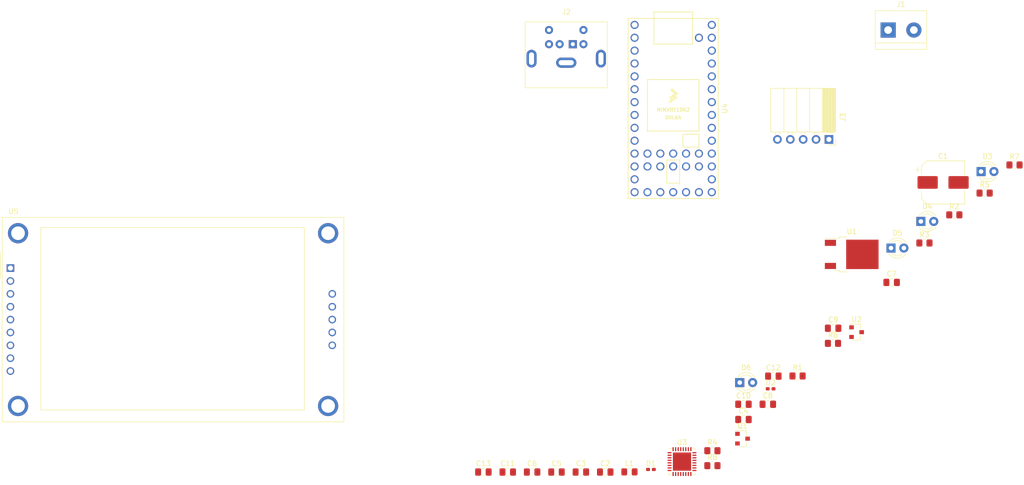
<source format=kicad_pcb>
(kicad_pcb (version 20171130) (host pcbnew "(5.1.9-0-10_14)")

  (general
    (thickness 1.6)
    (drawings 0)
    (tracks 0)
    (zones 0)
    (modules 37)
    (nets 83)
  )

  (page A4)
  (layers
    (0 F.Cu signal)
    (31 B.Cu signal)
    (32 B.Adhes user)
    (33 F.Adhes user)
    (34 B.Paste user)
    (35 F.Paste user)
    (36 B.SilkS user)
    (37 F.SilkS user)
    (38 B.Mask user)
    (39 F.Mask user)
    (40 Dwgs.User user)
    (41 Cmts.User user)
    (42 Eco1.User user)
    (43 Eco2.User user)
    (44 Edge.Cuts user)
    (45 Margin user)
    (46 B.CrtYd user)
    (47 F.CrtYd user)
    (48 B.Fab user)
    (49 F.Fab user)
  )

  (setup
    (last_trace_width 0.25)
    (trace_clearance 0.2)
    (zone_clearance 0.508)
    (zone_45_only no)
    (trace_min 0.2)
    (via_size 0.8)
    (via_drill 0.4)
    (via_min_size 0.4)
    (via_min_drill 0.3)
    (uvia_size 0.3)
    (uvia_drill 0.1)
    (uvias_allowed no)
    (uvia_min_size 0.2)
    (uvia_min_drill 0.1)
    (edge_width 0.05)
    (segment_width 0.2)
    (pcb_text_width 0.3)
    (pcb_text_size 1.5 1.5)
    (mod_edge_width 0.12)
    (mod_text_size 1 1)
    (mod_text_width 0.15)
    (pad_size 1.524 1.524)
    (pad_drill 0.762)
    (pad_to_mask_clearance 0)
    (aux_axis_origin 0 0)
    (visible_elements FFFFFF7F)
    (pcbplotparams
      (layerselection 0x010fc_ffffffff)
      (usegerberextensions false)
      (usegerberattributes true)
      (usegerberadvancedattributes true)
      (creategerberjobfile true)
      (excludeedgelayer true)
      (linewidth 0.100000)
      (plotframeref false)
      (viasonmask false)
      (mode 1)
      (useauxorigin false)
      (hpglpennumber 1)
      (hpglpenspeed 20)
      (hpglpendiameter 15.000000)
      (psnegative false)
      (psa4output false)
      (plotreference true)
      (plotvalue true)
      (plotinvisibletext false)
      (padsonsilk false)
      (subtractmaskfromsilk false)
      (outputformat 1)
      (mirror false)
      (drillshape 1)
      (scaleselection 1)
      (outputdirectory ""))
  )

  (net 0 "")
  (net 1 "Net-(C1-Pad1)")
  (net 2 GND)
  (net 3 "Net-(C3-Pad1)")
  (net 4 +3V3)
  (net 5 VDDA)
  (net 6 +1V8)
  (net 7 "Net-(C10-Pad1)")
  (net 8 "Net-(C11-Pad1)")
  (net 9 RxAudio)
  (net 10 "Net-(C12-Pad2)")
  (net 11 TxAudio)
  (net 12 "Net-(C13-Pad1)")
  (net 13 "Net-(D1-Pad2)")
  (net 14 +5V)
  (net 15 "Net-(D3-Pad2)")
  (net 16 "Net-(D4-Pad2)")
  (net 17 "Net-(D5-Pad2)")
  (net 18 "Net-(D6-Pad2)")
  (net 19 "Net-(J2-Pad3)")
  (net 20 "Net-(J2-Pad5)")
  (net 21 "Net-(J2-Pad6)")
  (net 22 "Net-(J3-Pad1)")
  (net 23 TXD)
  (net 24 RXD)
  (net 25 PTT)
  (net 26 "Net-(R2-Pad1)")
  (net 27 MCLK)
  (net 28 SDA)
  (net 29 SCL)
  (net 30 DCD)
  (net 31 FIX)
  (net 32 "Net-(U3-Pad2)")
  (net 33 "Net-(U3-Pad4)")
  (net 34 "Net-(U3-Pad6)")
  (net 35 "Net-(U3-Pad8)")
  (net 36 "Net-(U3-Pad9)")
  (net 37 "Net-(U3-Pad11)")
  (net 38 "Net-(U3-Pad13)")
  (net 39 "Net-(U3-Pad15)")
  (net 40 "Net-(U3-Pad16)")
  (net 41 "Net-(U3-Pad17)")
  (net 42 "Net-(U3-Pad18)")
  (net 43 "Net-(U3-Pad19)")
  (net 44 "Net-(U3-Pad22)")
  (net 45 LRCLK)
  (net 46 SCLK)
  (net 47 DOUT)
  (net 48 DIN)
  (net 49 "Net-(U3-Pad28)")
  (net 50 "Net-(U4-Pad17)")
  (net 51 "Net-(U4-Pad18)")
  (net 52 "Net-(U4-Pad19)")
  (net 53 SCK)
  (net 54 "Net-(U4-Pad16)")
  (net 55 "Net-(U4-Pad15)")
  (net 56 MISO)
  (net 57 "Net-(U4-Pad21)")
  (net 58 "Net-(U4-Pad22)")
  (net 59 "Net-(U4-Pad23)")
  (net 60 "Net-(U4-Pad24)")
  (net 61 "Net-(U4-Pad29)")
  (net 62 "Net-(U4-Pad34)")
  (net 63 MOSI)
  (net 64 CS)
  (net 65 DC)
  (net 66 "Net-(U4-Pad7)")
  (net 67 "Net-(U4-Pad6)")
  (net 68 "Net-(U4-Pad35)")
  (net 69 "Net-(U4-Pad36)")
  (net 70 "Net-(U4-Pad37)")
  (net 71 "Net-(U4-Pad38)")
  (net 72 "Net-(U4-Pad39)")
  (net 73 "Net-(U4-Pad40)")
  (net 74 "Net-(U4-Pad41)")
  (net 75 "Net-(U4-Pad42)")
  (net 76 "Net-(U4-Pad43)")
  (net 77 "Net-(U4-Pad44)")
  (net 78 "Net-(U5-Pad10)")
  (net 79 "Net-(U5-Pad11)")
  (net 80 "Net-(U5-Pad12)")
  (net 81 "Net-(U5-Pad13)")
  (net 82 "Net-(U5-Pad14)")

  (net_class Default "This is the default net class."
    (clearance 0.2)
    (trace_width 0.25)
    (via_dia 0.8)
    (via_drill 0.4)
    (uvia_dia 0.3)
    (uvia_drill 0.1)
    (add_net +1V8)
    (add_net +3V3)
    (add_net +5V)
    (add_net CS)
    (add_net DC)
    (add_net DCD)
    (add_net DIN)
    (add_net DOUT)
    (add_net FIX)
    (add_net GND)
    (add_net LRCLK)
    (add_net MCLK)
    (add_net MISO)
    (add_net MOSI)
    (add_net "Net-(C1-Pad1)")
    (add_net "Net-(C10-Pad1)")
    (add_net "Net-(C11-Pad1)")
    (add_net "Net-(C12-Pad2)")
    (add_net "Net-(C13-Pad1)")
    (add_net "Net-(C3-Pad1)")
    (add_net "Net-(D1-Pad2)")
    (add_net "Net-(D3-Pad2)")
    (add_net "Net-(D4-Pad2)")
    (add_net "Net-(D5-Pad2)")
    (add_net "Net-(D6-Pad2)")
    (add_net "Net-(J2-Pad3)")
    (add_net "Net-(J2-Pad5)")
    (add_net "Net-(J2-Pad6)")
    (add_net "Net-(J3-Pad1)")
    (add_net "Net-(R2-Pad1)")
    (add_net "Net-(U3-Pad11)")
    (add_net "Net-(U3-Pad13)")
    (add_net "Net-(U3-Pad15)")
    (add_net "Net-(U3-Pad16)")
    (add_net "Net-(U3-Pad17)")
    (add_net "Net-(U3-Pad18)")
    (add_net "Net-(U3-Pad19)")
    (add_net "Net-(U3-Pad2)")
    (add_net "Net-(U3-Pad22)")
    (add_net "Net-(U3-Pad28)")
    (add_net "Net-(U3-Pad4)")
    (add_net "Net-(U3-Pad6)")
    (add_net "Net-(U3-Pad8)")
    (add_net "Net-(U3-Pad9)")
    (add_net "Net-(U4-Pad15)")
    (add_net "Net-(U4-Pad16)")
    (add_net "Net-(U4-Pad17)")
    (add_net "Net-(U4-Pad18)")
    (add_net "Net-(U4-Pad19)")
    (add_net "Net-(U4-Pad21)")
    (add_net "Net-(U4-Pad22)")
    (add_net "Net-(U4-Pad23)")
    (add_net "Net-(U4-Pad24)")
    (add_net "Net-(U4-Pad29)")
    (add_net "Net-(U4-Pad34)")
    (add_net "Net-(U4-Pad35)")
    (add_net "Net-(U4-Pad36)")
    (add_net "Net-(U4-Pad37)")
    (add_net "Net-(U4-Pad38)")
    (add_net "Net-(U4-Pad39)")
    (add_net "Net-(U4-Pad40)")
    (add_net "Net-(U4-Pad41)")
    (add_net "Net-(U4-Pad42)")
    (add_net "Net-(U4-Pad43)")
    (add_net "Net-(U4-Pad44)")
    (add_net "Net-(U4-Pad6)")
    (add_net "Net-(U4-Pad7)")
    (add_net "Net-(U5-Pad10)")
    (add_net "Net-(U5-Pad11)")
    (add_net "Net-(U5-Pad12)")
    (add_net "Net-(U5-Pad13)")
    (add_net "Net-(U5-Pad14)")
    (add_net PTT)
    (add_net RXD)
    (add_net RxAudio)
    (add_net SCK)
    (add_net SCL)
    (add_net SCLK)
    (add_net SDA)
    (add_net TXD)
    (add_net TxAudio)
    (add_net VDDA)
  )

  (module Capacitor_SMD:CP_Elec_8x6.5 (layer F.Cu) (tedit 5BCA39D0) (tstamp 601E45C9)
    (at 193.732001 -57.042999)
    (descr "SMD capacitor, aluminum electrolytic, Rubycon, 8.0x6.5mm")
    (tags "capacitor electrolytic")
    (path /602FDC37)
    (attr smd)
    (fp_text reference C1 (at 0 -5.2) (layer F.SilkS)
      (effects (font (size 1 1) (thickness 0.15)))
    )
    (fp_text value 100µ (at 0 5.2) (layer F.Fab)
      (effects (font (size 1 1) (thickness 0.15)))
    )
    (fp_line (start -5.3 1.5) (end -4.4 1.5) (layer F.CrtYd) (width 0.05))
    (fp_line (start -5.3 -1.5) (end -5.3 1.5) (layer F.CrtYd) (width 0.05))
    (fp_line (start -4.4 -1.5) (end -5.3 -1.5) (layer F.CrtYd) (width 0.05))
    (fp_line (start -4.4 1.5) (end -4.4 3.25) (layer F.CrtYd) (width 0.05))
    (fp_line (start -4.4 -3.25) (end -4.4 -1.5) (layer F.CrtYd) (width 0.05))
    (fp_line (start -4.4 -3.25) (end -3.25 -4.4) (layer F.CrtYd) (width 0.05))
    (fp_line (start -4.4 3.25) (end -3.25 4.4) (layer F.CrtYd) (width 0.05))
    (fp_line (start -3.25 -4.4) (end 4.4 -4.4) (layer F.CrtYd) (width 0.05))
    (fp_line (start -3.25 4.4) (end 4.4 4.4) (layer F.CrtYd) (width 0.05))
    (fp_line (start 4.4 1.5) (end 4.4 4.4) (layer F.CrtYd) (width 0.05))
    (fp_line (start 5.3 1.5) (end 4.4 1.5) (layer F.CrtYd) (width 0.05))
    (fp_line (start 5.3 -1.5) (end 5.3 1.5) (layer F.CrtYd) (width 0.05))
    (fp_line (start 4.4 -1.5) (end 5.3 -1.5) (layer F.CrtYd) (width 0.05))
    (fp_line (start 4.4 -4.4) (end 4.4 -1.5) (layer F.CrtYd) (width 0.05))
    (fp_line (start -5 -3.01) (end -5 -2.01) (layer F.SilkS) (width 0.12))
    (fp_line (start -5.5 -2.51) (end -4.5 -2.51) (layer F.SilkS) (width 0.12))
    (fp_line (start -4.26 3.195563) (end -3.195563 4.26) (layer F.SilkS) (width 0.12))
    (fp_line (start -4.26 -3.195563) (end -3.195563 -4.26) (layer F.SilkS) (width 0.12))
    (fp_line (start -4.26 -3.195563) (end -4.26 -1.51) (layer F.SilkS) (width 0.12))
    (fp_line (start -4.26 3.195563) (end -4.26 1.51) (layer F.SilkS) (width 0.12))
    (fp_line (start -3.195563 4.26) (end 4.26 4.26) (layer F.SilkS) (width 0.12))
    (fp_line (start -3.195563 -4.26) (end 4.26 -4.26) (layer F.SilkS) (width 0.12))
    (fp_line (start 4.26 -4.26) (end 4.26 -1.51) (layer F.SilkS) (width 0.12))
    (fp_line (start 4.26 4.26) (end 4.26 1.51) (layer F.SilkS) (width 0.12))
    (fp_line (start -3.162278 -1.9) (end -3.162278 -1.1) (layer F.Fab) (width 0.1))
    (fp_line (start -3.562278 -1.5) (end -2.762278 -1.5) (layer F.Fab) (width 0.1))
    (fp_line (start -4.15 3.15) (end -3.15 4.15) (layer F.Fab) (width 0.1))
    (fp_line (start -4.15 -3.15) (end -3.15 -4.15) (layer F.Fab) (width 0.1))
    (fp_line (start -4.15 -3.15) (end -4.15 3.15) (layer F.Fab) (width 0.1))
    (fp_line (start -3.15 4.15) (end 4.15 4.15) (layer F.Fab) (width 0.1))
    (fp_line (start -3.15 -4.15) (end 4.15 -4.15) (layer F.Fab) (width 0.1))
    (fp_line (start 4.15 -4.15) (end 4.15 4.15) (layer F.Fab) (width 0.1))
    (fp_circle (center 0 0) (end 4 0) (layer F.Fab) (width 0.1))
    (fp_text user %R (at 0 0) (layer F.Fab)
      (effects (font (size 1 1) (thickness 0.15)))
    )
    (pad 1 smd roundrect (at -3.05 0) (size 4 2.5) (layers F.Cu F.Paste F.Mask) (roundrect_rratio 0.1)
      (net 1 "Net-(C1-Pad1)"))
    (pad 2 smd roundrect (at 3.05 0) (size 4 2.5) (layers F.Cu F.Paste F.Mask) (roundrect_rratio 0.1)
      (net 2 GND))
    (model ${KISYS3DMOD}/Capacitor_SMD.3dshapes/CP_Elec_8x6.5.wrl
      (at (xyz 0 0 0))
      (scale (xyz 1 1 1))
      (rotate (xyz 0 0 0))
    )
  )

  (module Capacitor_SMD:C_0805_2012Metric_Pad1.18x1.45mm_HandSolder (layer F.Cu) (tedit 5F68FEEF) (tstamp 601E45DA)
    (at 127.047001 0.117001)
    (descr "Capacitor SMD 0805 (2012 Metric), square (rectangular) end terminal, IPC_7351 nominal with elongated pad for handsoldering. (Body size source: IPC-SM-782 page 76, https://www.pcb-3d.com/wordpress/wp-content/uploads/ipc-sm-782a_amendment_1_and_2.pdf, https://docs.google.com/spreadsheets/d/1BsfQQcO9C6DZCsRaXUlFlo91Tg2WpOkGARC1WS5S8t0/edit?usp=sharing), generated with kicad-footprint-generator")
    (tags "capacitor handsolder")
    (path /60308DC8)
    (attr smd)
    (fp_text reference C2 (at 0 -1.68) (layer F.SilkS)
      (effects (font (size 1 1) (thickness 0.15)))
    )
    (fp_text value 100n (at 0 1.68) (layer F.Fab)
      (effects (font (size 1 1) (thickness 0.15)))
    )
    (fp_text user %R (at 0 0) (layer F.Fab)
      (effects (font (size 0.5 0.5) (thickness 0.08)))
    )
    (fp_line (start -1 0.625) (end -1 -0.625) (layer F.Fab) (width 0.1))
    (fp_line (start -1 -0.625) (end 1 -0.625) (layer F.Fab) (width 0.1))
    (fp_line (start 1 -0.625) (end 1 0.625) (layer F.Fab) (width 0.1))
    (fp_line (start 1 0.625) (end -1 0.625) (layer F.Fab) (width 0.1))
    (fp_line (start -0.261252 -0.735) (end 0.261252 -0.735) (layer F.SilkS) (width 0.12))
    (fp_line (start -0.261252 0.735) (end 0.261252 0.735) (layer F.SilkS) (width 0.12))
    (fp_line (start -1.88 0.98) (end -1.88 -0.98) (layer F.CrtYd) (width 0.05))
    (fp_line (start -1.88 -0.98) (end 1.88 -0.98) (layer F.CrtYd) (width 0.05))
    (fp_line (start 1.88 -0.98) (end 1.88 0.98) (layer F.CrtYd) (width 0.05))
    (fp_line (start 1.88 0.98) (end -1.88 0.98) (layer F.CrtYd) (width 0.05))
    (pad 2 smd roundrect (at 1.0375 0) (size 1.175 1.45) (layers F.Cu F.Paste F.Mask) (roundrect_rratio 0.212766)
      (net 2 GND))
    (pad 1 smd roundrect (at -1.0375 0) (size 1.175 1.45) (layers F.Cu F.Paste F.Mask) (roundrect_rratio 0.212766)
      (net 1 "Net-(C1-Pad1)"))
    (model ${KISYS3DMOD}/Capacitor_SMD.3dshapes/C_0805_2012Metric.wrl
      (at (xyz 0 0 0))
      (scale (xyz 1 1 1))
      (rotate (xyz 0 0 0))
    )
  )

  (module Capacitor_SMD:C_0805_2012Metric_Pad1.18x1.45mm_HandSolder (layer F.Cu) (tedit 5F68FEEF) (tstamp 601E45EB)
    (at 122.237001 0.117001)
    (descr "Capacitor SMD 0805 (2012 Metric), square (rectangular) end terminal, IPC_7351 nominal with elongated pad for handsoldering. (Body size source: IPC-SM-782 page 76, https://www.pcb-3d.com/wordpress/wp-content/uploads/ipc-sm-782a_amendment_1_and_2.pdf, https://docs.google.com/spreadsheets/d/1BsfQQcO9C6DZCsRaXUlFlo91Tg2WpOkGARC1WS5S8t0/edit?usp=sharing), generated with kicad-footprint-generator")
    (tags "capacitor handsolder")
    (path /60318E60)
    (attr smd)
    (fp_text reference C3 (at 0 -1.68) (layer F.SilkS)
      (effects (font (size 1 1) (thickness 0.15)))
    )
    (fp_text value 100n (at 0 1.68) (layer F.Fab)
      (effects (font (size 1 1) (thickness 0.15)))
    )
    (fp_line (start 1.88 0.98) (end -1.88 0.98) (layer F.CrtYd) (width 0.05))
    (fp_line (start 1.88 -0.98) (end 1.88 0.98) (layer F.CrtYd) (width 0.05))
    (fp_line (start -1.88 -0.98) (end 1.88 -0.98) (layer F.CrtYd) (width 0.05))
    (fp_line (start -1.88 0.98) (end -1.88 -0.98) (layer F.CrtYd) (width 0.05))
    (fp_line (start -0.261252 0.735) (end 0.261252 0.735) (layer F.SilkS) (width 0.12))
    (fp_line (start -0.261252 -0.735) (end 0.261252 -0.735) (layer F.SilkS) (width 0.12))
    (fp_line (start 1 0.625) (end -1 0.625) (layer F.Fab) (width 0.1))
    (fp_line (start 1 -0.625) (end 1 0.625) (layer F.Fab) (width 0.1))
    (fp_line (start -1 -0.625) (end 1 -0.625) (layer F.Fab) (width 0.1))
    (fp_line (start -1 0.625) (end -1 -0.625) (layer F.Fab) (width 0.1))
    (fp_text user %R (at 0 0) (layer F.Fab)
      (effects (font (size 0.5 0.5) (thickness 0.08)))
    )
    (pad 1 smd roundrect (at -1.0375 0) (size 1.175 1.45) (layers F.Cu F.Paste F.Mask) (roundrect_rratio 0.212766)
      (net 3 "Net-(C3-Pad1)"))
    (pad 2 smd roundrect (at 1.0375 0) (size 1.175 1.45) (layers F.Cu F.Paste F.Mask) (roundrect_rratio 0.212766)
      (net 2 GND))
    (model ${KISYS3DMOD}/Capacitor_SMD.3dshapes/C_0805_2012Metric.wrl
      (at (xyz 0 0 0))
      (scale (xyz 1 1 1))
      (rotate (xyz 0 0 0))
    )
  )

  (module Capacitor_SMD:C_0805_2012Metric_Pad1.18x1.45mm_HandSolder (layer F.Cu) (tedit 5F68FEEF) (tstamp 601E45FC)
    (at 154.327001 -10.252999)
    (descr "Capacitor SMD 0805 (2012 Metric), square (rectangular) end terminal, IPC_7351 nominal with elongated pad for handsoldering. (Body size source: IPC-SM-782 page 76, https://www.pcb-3d.com/wordpress/wp-content/uploads/ipc-sm-782a_amendment_1_and_2.pdf, https://docs.google.com/spreadsheets/d/1BsfQQcO9C6DZCsRaXUlFlo91Tg2WpOkGARC1WS5S8t0/edit?usp=sharing), generated with kicad-footprint-generator")
    (tags "capacitor handsolder")
    (path /6017B872)
    (attr smd)
    (fp_text reference C4 (at 0 -1.68) (layer F.SilkS)
      (effects (font (size 1 1) (thickness 0.15)))
    )
    (fp_text value 2µ2 (at 0 1.68) (layer F.Fab)
      (effects (font (size 1 1) (thickness 0.15)))
    )
    (fp_text user %R (at 0 0) (layer F.Fab)
      (effects (font (size 0.5 0.5) (thickness 0.08)))
    )
    (fp_line (start -1 0.625) (end -1 -0.625) (layer F.Fab) (width 0.1))
    (fp_line (start -1 -0.625) (end 1 -0.625) (layer F.Fab) (width 0.1))
    (fp_line (start 1 -0.625) (end 1 0.625) (layer F.Fab) (width 0.1))
    (fp_line (start 1 0.625) (end -1 0.625) (layer F.Fab) (width 0.1))
    (fp_line (start -0.261252 -0.735) (end 0.261252 -0.735) (layer F.SilkS) (width 0.12))
    (fp_line (start -0.261252 0.735) (end 0.261252 0.735) (layer F.SilkS) (width 0.12))
    (fp_line (start -1.88 0.98) (end -1.88 -0.98) (layer F.CrtYd) (width 0.05))
    (fp_line (start -1.88 -0.98) (end 1.88 -0.98) (layer F.CrtYd) (width 0.05))
    (fp_line (start 1.88 -0.98) (end 1.88 0.98) (layer F.CrtYd) (width 0.05))
    (fp_line (start 1.88 0.98) (end -1.88 0.98) (layer F.CrtYd) (width 0.05))
    (pad 2 smd roundrect (at 1.0375 0) (size 1.175 1.45) (layers F.Cu F.Paste F.Mask) (roundrect_rratio 0.212766)
      (net 2 GND))
    (pad 1 smd roundrect (at -1.0375 0) (size 1.175 1.45) (layers F.Cu F.Paste F.Mask) (roundrect_rratio 0.212766)
      (net 4 +3V3))
    (model ${KISYS3DMOD}/Capacitor_SMD.3dshapes/C_0805_2012Metric.wrl
      (at (xyz 0 0 0))
      (scale (xyz 1 1 1))
      (rotate (xyz 0 0 0))
    )
  )

  (module Capacitor_SMD:C_0805_2012Metric_Pad1.18x1.45mm_HandSolder (layer F.Cu) (tedit 5F68FEEF) (tstamp 601E460D)
    (at 117.427001 0.117001)
    (descr "Capacitor SMD 0805 (2012 Metric), square (rectangular) end terminal, IPC_7351 nominal with elongated pad for handsoldering. (Body size source: IPC-SM-782 page 76, https://www.pcb-3d.com/wordpress/wp-content/uploads/ipc-sm-782a_amendment_1_and_2.pdf, https://docs.google.com/spreadsheets/d/1BsfQQcO9C6DZCsRaXUlFlo91Tg2WpOkGARC1WS5S8t0/edit?usp=sharing), generated with kicad-footprint-generator")
    (tags "capacitor handsolder")
    (path /6017B2A6)
    (attr smd)
    (fp_text reference C5 (at 0 -1.68) (layer F.SilkS)
      (effects (font (size 1 1) (thickness 0.15)))
    )
    (fp_text value 100n (at 0 1.68) (layer F.Fab)
      (effects (font (size 1 1) (thickness 0.15)))
    )
    (fp_line (start 1.88 0.98) (end -1.88 0.98) (layer F.CrtYd) (width 0.05))
    (fp_line (start 1.88 -0.98) (end 1.88 0.98) (layer F.CrtYd) (width 0.05))
    (fp_line (start -1.88 -0.98) (end 1.88 -0.98) (layer F.CrtYd) (width 0.05))
    (fp_line (start -1.88 0.98) (end -1.88 -0.98) (layer F.CrtYd) (width 0.05))
    (fp_line (start -0.261252 0.735) (end 0.261252 0.735) (layer F.SilkS) (width 0.12))
    (fp_line (start -0.261252 -0.735) (end 0.261252 -0.735) (layer F.SilkS) (width 0.12))
    (fp_line (start 1 0.625) (end -1 0.625) (layer F.Fab) (width 0.1))
    (fp_line (start 1 -0.625) (end 1 0.625) (layer F.Fab) (width 0.1))
    (fp_line (start -1 -0.625) (end 1 -0.625) (layer F.Fab) (width 0.1))
    (fp_line (start -1 0.625) (end -1 -0.625) (layer F.Fab) (width 0.1))
    (fp_text user %R (at 0 0) (layer F.Fab)
      (effects (font (size 0.5 0.5) (thickness 0.08)))
    )
    (pad 1 smd roundrect (at -1.0375 0) (size 1.175 1.45) (layers F.Cu F.Paste F.Mask) (roundrect_rratio 0.212766)
      (net 4 +3V3))
    (pad 2 smd roundrect (at 1.0375 0) (size 1.175 1.45) (layers F.Cu F.Paste F.Mask) (roundrect_rratio 0.212766)
      (net 2 GND))
    (model ${KISYS3DMOD}/Capacitor_SMD.3dshapes/C_0805_2012Metric.wrl
      (at (xyz 0 0 0))
      (scale (xyz 1 1 1))
      (rotate (xyz 0 0 0))
    )
  )

  (module Capacitor_SMD:C_0805_2012Metric_Pad1.18x1.45mm_HandSolder (layer F.Cu) (tedit 5F68FEEF) (tstamp 601E461E)
    (at 112.617001 0.117001)
    (descr "Capacitor SMD 0805 (2012 Metric), square (rectangular) end terminal, IPC_7351 nominal with elongated pad for handsoldering. (Body size source: IPC-SM-782 page 76, https://www.pcb-3d.com/wordpress/wp-content/uploads/ipc-sm-782a_amendment_1_and_2.pdf, https://docs.google.com/spreadsheets/d/1BsfQQcO9C6DZCsRaXUlFlo91Tg2WpOkGARC1WS5S8t0/edit?usp=sharing), generated with kicad-footprint-generator")
    (tags "capacitor handsolder")
    (path /60167758)
    (attr smd)
    (fp_text reference C6 (at 0 -1.68) (layer F.SilkS)
      (effects (font (size 1 1) (thickness 0.15)))
    )
    (fp_text value 100n (at 0 1.68) (layer F.Fab)
      (effects (font (size 1 1) (thickness 0.15)))
    )
    (fp_text user %R (at 0 0) (layer F.Fab)
      (effects (font (size 0.5 0.5) (thickness 0.08)))
    )
    (fp_line (start -1 0.625) (end -1 -0.625) (layer F.Fab) (width 0.1))
    (fp_line (start -1 -0.625) (end 1 -0.625) (layer F.Fab) (width 0.1))
    (fp_line (start 1 -0.625) (end 1 0.625) (layer F.Fab) (width 0.1))
    (fp_line (start 1 0.625) (end -1 0.625) (layer F.Fab) (width 0.1))
    (fp_line (start -0.261252 -0.735) (end 0.261252 -0.735) (layer F.SilkS) (width 0.12))
    (fp_line (start -0.261252 0.735) (end 0.261252 0.735) (layer F.SilkS) (width 0.12))
    (fp_line (start -1.88 0.98) (end -1.88 -0.98) (layer F.CrtYd) (width 0.05))
    (fp_line (start -1.88 -0.98) (end 1.88 -0.98) (layer F.CrtYd) (width 0.05))
    (fp_line (start 1.88 -0.98) (end 1.88 0.98) (layer F.CrtYd) (width 0.05))
    (fp_line (start 1.88 0.98) (end -1.88 0.98) (layer F.CrtYd) (width 0.05))
    (pad 2 smd roundrect (at 1.0375 0) (size 1.175 1.45) (layers F.Cu F.Paste F.Mask) (roundrect_rratio 0.212766)
      (net 2 GND))
    (pad 1 smd roundrect (at -1.0375 0) (size 1.175 1.45) (layers F.Cu F.Paste F.Mask) (roundrect_rratio 0.212766)
      (net 4 +3V3))
    (model ${KISYS3DMOD}/Capacitor_SMD.3dshapes/C_0805_2012Metric.wrl
      (at (xyz 0 0 0))
      (scale (xyz 1 1 1))
      (rotate (xyz 0 0 0))
    )
  )

  (module Capacitor_SMD:C_0805_2012Metric_Pad1.18x1.45mm_HandSolder (layer F.Cu) (tedit 5F68FEEF) (tstamp 601E462F)
    (at 183.577001 -37.312999)
    (descr "Capacitor SMD 0805 (2012 Metric), square (rectangular) end terminal, IPC_7351 nominal with elongated pad for handsoldering. (Body size source: IPC-SM-782 page 76, https://www.pcb-3d.com/wordpress/wp-content/uploads/ipc-sm-782a_amendment_1_and_2.pdf, https://docs.google.com/spreadsheets/d/1BsfQQcO9C6DZCsRaXUlFlo91Tg2WpOkGARC1WS5S8t0/edit?usp=sharing), generated with kicad-footprint-generator")
    (tags "capacitor handsolder")
    (path /601664D6)
    (attr smd)
    (fp_text reference C7 (at 0 -1.68) (layer F.SilkS)
      (effects (font (size 1 1) (thickness 0.15)))
    )
    (fp_text value 2µ2 (at 0 1.68) (layer F.Fab)
      (effects (font (size 1 1) (thickness 0.15)))
    )
    (fp_line (start 1.88 0.98) (end -1.88 0.98) (layer F.CrtYd) (width 0.05))
    (fp_line (start 1.88 -0.98) (end 1.88 0.98) (layer F.CrtYd) (width 0.05))
    (fp_line (start -1.88 -0.98) (end 1.88 -0.98) (layer F.CrtYd) (width 0.05))
    (fp_line (start -1.88 0.98) (end -1.88 -0.98) (layer F.CrtYd) (width 0.05))
    (fp_line (start -0.261252 0.735) (end 0.261252 0.735) (layer F.SilkS) (width 0.12))
    (fp_line (start -0.261252 -0.735) (end 0.261252 -0.735) (layer F.SilkS) (width 0.12))
    (fp_line (start 1 0.625) (end -1 0.625) (layer F.Fab) (width 0.1))
    (fp_line (start 1 -0.625) (end 1 0.625) (layer F.Fab) (width 0.1))
    (fp_line (start -1 -0.625) (end 1 -0.625) (layer F.Fab) (width 0.1))
    (fp_line (start -1 0.625) (end -1 -0.625) (layer F.Fab) (width 0.1))
    (fp_text user %R (at 0 0) (layer F.Fab)
      (effects (font (size 0.5 0.5) (thickness 0.08)))
    )
    (pad 1 smd roundrect (at -1.0375 0) (size 1.175 1.45) (layers F.Cu F.Paste F.Mask) (roundrect_rratio 0.212766)
      (net 5 VDDA))
    (pad 2 smd roundrect (at 1.0375 0) (size 1.175 1.45) (layers F.Cu F.Paste F.Mask) (roundrect_rratio 0.212766)
      (net 2 GND))
    (model ${KISYS3DMOD}/Capacitor_SMD.3dshapes/C_0805_2012Metric.wrl
      (at (xyz 0 0 0))
      (scale (xyz 1 1 1))
      (rotate (xyz 0 0 0))
    )
  )

  (module Capacitor_SMD:C_0805_2012Metric_Pad1.18x1.45mm_HandSolder (layer F.Cu) (tedit 5F68FEEF) (tstamp 601E4640)
    (at 159.137001 -13.262999)
    (descr "Capacitor SMD 0805 (2012 Metric), square (rectangular) end terminal, IPC_7351 nominal with elongated pad for handsoldering. (Body size source: IPC-SM-782 page 76, https://www.pcb-3d.com/wordpress/wp-content/uploads/ipc-sm-782a_amendment_1_and_2.pdf, https://docs.google.com/spreadsheets/d/1BsfQQcO9C6DZCsRaXUlFlo91Tg2WpOkGARC1WS5S8t0/edit?usp=sharing), generated with kicad-footprint-generator")
    (tags "capacitor handsolder")
    (path /60176370)
    (attr smd)
    (fp_text reference C8 (at 0 -1.68) (layer F.SilkS)
      (effects (font (size 1 1) (thickness 0.15)))
    )
    (fp_text value 100n (at 0 1.68) (layer F.Fab)
      (effects (font (size 1 1) (thickness 0.15)))
    )
    (fp_line (start 1.88 0.98) (end -1.88 0.98) (layer F.CrtYd) (width 0.05))
    (fp_line (start 1.88 -0.98) (end 1.88 0.98) (layer F.CrtYd) (width 0.05))
    (fp_line (start -1.88 -0.98) (end 1.88 -0.98) (layer F.CrtYd) (width 0.05))
    (fp_line (start -1.88 0.98) (end -1.88 -0.98) (layer F.CrtYd) (width 0.05))
    (fp_line (start -0.261252 0.735) (end 0.261252 0.735) (layer F.SilkS) (width 0.12))
    (fp_line (start -0.261252 -0.735) (end 0.261252 -0.735) (layer F.SilkS) (width 0.12))
    (fp_line (start 1 0.625) (end -1 0.625) (layer F.Fab) (width 0.1))
    (fp_line (start 1 -0.625) (end 1 0.625) (layer F.Fab) (width 0.1))
    (fp_line (start -1 -0.625) (end 1 -0.625) (layer F.Fab) (width 0.1))
    (fp_line (start -1 0.625) (end -1 -0.625) (layer F.Fab) (width 0.1))
    (fp_text user %R (at 0 0) (layer F.Fab)
      (effects (font (size 0.5 0.5) (thickness 0.08)))
    )
    (pad 1 smd roundrect (at -1.0375 0) (size 1.175 1.45) (layers F.Cu F.Paste F.Mask) (roundrect_rratio 0.212766)
      (net 5 VDDA))
    (pad 2 smd roundrect (at 1.0375 0) (size 1.175 1.45) (layers F.Cu F.Paste F.Mask) (roundrect_rratio 0.212766)
      (net 2 GND))
    (model ${KISYS3DMOD}/Capacitor_SMD.3dshapes/C_0805_2012Metric.wrl
      (at (xyz 0 0 0))
      (scale (xyz 1 1 1))
      (rotate (xyz 0 0 0))
    )
  )

  (module Capacitor_SMD:C_0805_2012Metric_Pad1.18x1.45mm_HandSolder (layer F.Cu) (tedit 5F68FEEF) (tstamp 601E4651)
    (at 172.027001 -28.262999)
    (descr "Capacitor SMD 0805 (2012 Metric), square (rectangular) end terminal, IPC_7351 nominal with elongated pad for handsoldering. (Body size source: IPC-SM-782 page 76, https://www.pcb-3d.com/wordpress/wp-content/uploads/ipc-sm-782a_amendment_1_and_2.pdf, https://docs.google.com/spreadsheets/d/1BsfQQcO9C6DZCsRaXUlFlo91Tg2WpOkGARC1WS5S8t0/edit?usp=sharing), generated with kicad-footprint-generator")
    (tags "capacitor handsolder")
    (path /6033D014)
    (attr smd)
    (fp_text reference C9 (at 0 -1.68) (layer F.SilkS)
      (effects (font (size 1 1) (thickness 0.15)))
    )
    (fp_text value 2µ2 (at 0 1.68) (layer F.Fab)
      (effects (font (size 1 1) (thickness 0.15)))
    )
    (fp_text user %R (at 0 0) (layer F.Fab)
      (effects (font (size 0.5 0.5) (thickness 0.08)))
    )
    (fp_line (start -1 0.625) (end -1 -0.625) (layer F.Fab) (width 0.1))
    (fp_line (start -1 -0.625) (end 1 -0.625) (layer F.Fab) (width 0.1))
    (fp_line (start 1 -0.625) (end 1 0.625) (layer F.Fab) (width 0.1))
    (fp_line (start 1 0.625) (end -1 0.625) (layer F.Fab) (width 0.1))
    (fp_line (start -0.261252 -0.735) (end 0.261252 -0.735) (layer F.SilkS) (width 0.12))
    (fp_line (start -0.261252 0.735) (end 0.261252 0.735) (layer F.SilkS) (width 0.12))
    (fp_line (start -1.88 0.98) (end -1.88 -0.98) (layer F.CrtYd) (width 0.05))
    (fp_line (start -1.88 -0.98) (end 1.88 -0.98) (layer F.CrtYd) (width 0.05))
    (fp_line (start 1.88 -0.98) (end 1.88 0.98) (layer F.CrtYd) (width 0.05))
    (fp_line (start 1.88 0.98) (end -1.88 0.98) (layer F.CrtYd) (width 0.05))
    (pad 2 smd roundrect (at 1.0375 0) (size 1.175 1.45) (layers F.Cu F.Paste F.Mask) (roundrect_rratio 0.212766)
      (net 2 GND))
    (pad 1 smd roundrect (at -1.0375 0) (size 1.175 1.45) (layers F.Cu F.Paste F.Mask) (roundrect_rratio 0.212766)
      (net 6 +1V8))
    (model ${KISYS3DMOD}/Capacitor_SMD.3dshapes/C_0805_2012Metric.wrl
      (at (xyz 0 0 0))
      (scale (xyz 1 1 1))
      (rotate (xyz 0 0 0))
    )
  )

  (module Capacitor_SMD:C_0805_2012Metric_Pad1.18x1.45mm_HandSolder (layer F.Cu) (tedit 5F68FEEF) (tstamp 601E4662)
    (at 154.327001 -13.262999)
    (descr "Capacitor SMD 0805 (2012 Metric), square (rectangular) end terminal, IPC_7351 nominal with elongated pad for handsoldering. (Body size source: IPC-SM-782 page 76, https://www.pcb-3d.com/wordpress/wp-content/uploads/ipc-sm-782a_amendment_1_and_2.pdf, https://docs.google.com/spreadsheets/d/1BsfQQcO9C6DZCsRaXUlFlo91Tg2WpOkGARC1WS5S8t0/edit?usp=sharing), generated with kicad-footprint-generator")
    (tags "capacitor handsolder")
    (path /601610D2)
    (attr smd)
    (fp_text reference C10 (at 0 -1.68) (layer F.SilkS)
      (effects (font (size 1 1) (thickness 0.15)))
    )
    (fp_text value 150n (at 0 1.68) (layer F.Fab)
      (effects (font (size 1 1) (thickness 0.15)))
    )
    (fp_text user %R (at 0 0) (layer F.Fab)
      (effects (font (size 0.5 0.5) (thickness 0.08)))
    )
    (fp_line (start -1 0.625) (end -1 -0.625) (layer F.Fab) (width 0.1))
    (fp_line (start -1 -0.625) (end 1 -0.625) (layer F.Fab) (width 0.1))
    (fp_line (start 1 -0.625) (end 1 0.625) (layer F.Fab) (width 0.1))
    (fp_line (start 1 0.625) (end -1 0.625) (layer F.Fab) (width 0.1))
    (fp_line (start -0.261252 -0.735) (end 0.261252 -0.735) (layer F.SilkS) (width 0.12))
    (fp_line (start -0.261252 0.735) (end 0.261252 0.735) (layer F.SilkS) (width 0.12))
    (fp_line (start -1.88 0.98) (end -1.88 -0.98) (layer F.CrtYd) (width 0.05))
    (fp_line (start -1.88 -0.98) (end 1.88 -0.98) (layer F.CrtYd) (width 0.05))
    (fp_line (start 1.88 -0.98) (end 1.88 0.98) (layer F.CrtYd) (width 0.05))
    (fp_line (start 1.88 0.98) (end -1.88 0.98) (layer F.CrtYd) (width 0.05))
    (pad 2 smd roundrect (at 1.0375 0) (size 1.175 1.45) (layers F.Cu F.Paste F.Mask) (roundrect_rratio 0.212766)
      (net 2 GND))
    (pad 1 smd roundrect (at -1.0375 0) (size 1.175 1.45) (layers F.Cu F.Paste F.Mask) (roundrect_rratio 0.212766)
      (net 7 "Net-(C10-Pad1)"))
    (model ${KISYS3DMOD}/Capacitor_SMD.3dshapes/C_0805_2012Metric.wrl
      (at (xyz 0 0 0))
      (scale (xyz 1 1 1))
      (rotate (xyz 0 0 0))
    )
  )

  (module Capacitor_SMD:C_0805_2012Metric_Pad1.18x1.45mm_HandSolder (layer F.Cu) (tedit 5F68FEEF) (tstamp 601E4673)
    (at 107.807001 0.117001)
    (descr "Capacitor SMD 0805 (2012 Metric), square (rectangular) end terminal, IPC_7351 nominal with elongated pad for handsoldering. (Body size source: IPC-SM-782 page 76, https://www.pcb-3d.com/wordpress/wp-content/uploads/ipc-sm-782a_amendment_1_and_2.pdf, https://docs.google.com/spreadsheets/d/1BsfQQcO9C6DZCsRaXUlFlo91Tg2WpOkGARC1WS5S8t0/edit?usp=sharing), generated with kicad-footprint-generator")
    (tags "capacitor handsolder")
    (path /6015E769)
    (attr smd)
    (fp_text reference C11 (at 0 -1.68) (layer F.SilkS)
      (effects (font (size 1 1) (thickness 0.15)))
    )
    (fp_text value 2µ2 (at 0 1.68) (layer F.Fab)
      (effects (font (size 1 1) (thickness 0.15)))
    )
    (fp_line (start 1.88 0.98) (end -1.88 0.98) (layer F.CrtYd) (width 0.05))
    (fp_line (start 1.88 -0.98) (end 1.88 0.98) (layer F.CrtYd) (width 0.05))
    (fp_line (start -1.88 -0.98) (end 1.88 -0.98) (layer F.CrtYd) (width 0.05))
    (fp_line (start -1.88 0.98) (end -1.88 -0.98) (layer F.CrtYd) (width 0.05))
    (fp_line (start -0.261252 0.735) (end 0.261252 0.735) (layer F.SilkS) (width 0.12))
    (fp_line (start -0.261252 -0.735) (end 0.261252 -0.735) (layer F.SilkS) (width 0.12))
    (fp_line (start 1 0.625) (end -1 0.625) (layer F.Fab) (width 0.1))
    (fp_line (start 1 -0.625) (end 1 0.625) (layer F.Fab) (width 0.1))
    (fp_line (start -1 -0.625) (end 1 -0.625) (layer F.Fab) (width 0.1))
    (fp_line (start -1 0.625) (end -1 -0.625) (layer F.Fab) (width 0.1))
    (fp_text user %R (at 0 0) (layer F.Fab)
      (effects (font (size 0.5 0.5) (thickness 0.08)))
    )
    (pad 1 smd roundrect (at -1.0375 0) (size 1.175 1.45) (layers F.Cu F.Paste F.Mask) (roundrect_rratio 0.212766)
      (net 8 "Net-(C11-Pad1)"))
    (pad 2 smd roundrect (at 1.0375 0) (size 1.175 1.45) (layers F.Cu F.Paste F.Mask) (roundrect_rratio 0.212766)
      (net 9 RxAudio))
    (model ${KISYS3DMOD}/Capacitor_SMD.3dshapes/C_0805_2012Metric.wrl
      (at (xyz 0 0 0))
      (scale (xyz 1 1 1))
      (rotate (xyz 0 0 0))
    )
  )

  (module Capacitor_SMD:C_0805_2012Metric_Pad1.18x1.45mm_HandSolder (layer F.Cu) (tedit 5F68FEEF) (tstamp 601E4684)
    (at 160.227001 -18.812999)
    (descr "Capacitor SMD 0805 (2012 Metric), square (rectangular) end terminal, IPC_7351 nominal with elongated pad for handsoldering. (Body size source: IPC-SM-782 page 76, https://www.pcb-3d.com/wordpress/wp-content/uploads/ipc-sm-782a_amendment_1_and_2.pdf, https://docs.google.com/spreadsheets/d/1BsfQQcO9C6DZCsRaXUlFlo91Tg2WpOkGARC1WS5S8t0/edit?usp=sharing), generated with kicad-footprint-generator")
    (tags "capacitor handsolder")
    (path /6015D95E)
    (attr smd)
    (fp_text reference C12 (at 0 -1.68) (layer F.SilkS)
      (effects (font (size 1 1) (thickness 0.15)))
    )
    (fp_text value 2µ2 (at 0 1.68) (layer F.Fab)
      (effects (font (size 1 1) (thickness 0.15)))
    )
    (fp_text user %R (at 0 0) (layer F.Fab)
      (effects (font (size 0.5 0.5) (thickness 0.08)))
    )
    (fp_line (start -1 0.625) (end -1 -0.625) (layer F.Fab) (width 0.1))
    (fp_line (start -1 -0.625) (end 1 -0.625) (layer F.Fab) (width 0.1))
    (fp_line (start 1 -0.625) (end 1 0.625) (layer F.Fab) (width 0.1))
    (fp_line (start 1 0.625) (end -1 0.625) (layer F.Fab) (width 0.1))
    (fp_line (start -0.261252 -0.735) (end 0.261252 -0.735) (layer F.SilkS) (width 0.12))
    (fp_line (start -0.261252 0.735) (end 0.261252 0.735) (layer F.SilkS) (width 0.12))
    (fp_line (start -1.88 0.98) (end -1.88 -0.98) (layer F.CrtYd) (width 0.05))
    (fp_line (start -1.88 -0.98) (end 1.88 -0.98) (layer F.CrtYd) (width 0.05))
    (fp_line (start 1.88 -0.98) (end 1.88 0.98) (layer F.CrtYd) (width 0.05))
    (fp_line (start 1.88 0.98) (end -1.88 0.98) (layer F.CrtYd) (width 0.05))
    (pad 2 smd roundrect (at 1.0375 0) (size 1.175 1.45) (layers F.Cu F.Paste F.Mask) (roundrect_rratio 0.212766)
      (net 10 "Net-(C12-Pad2)"))
    (pad 1 smd roundrect (at -1.0375 0) (size 1.175 1.45) (layers F.Cu F.Paste F.Mask) (roundrect_rratio 0.212766)
      (net 11 TxAudio))
    (model ${KISYS3DMOD}/Capacitor_SMD.3dshapes/C_0805_2012Metric.wrl
      (at (xyz 0 0 0))
      (scale (xyz 1 1 1))
      (rotate (xyz 0 0 0))
    )
  )

  (module Capacitor_SMD:C_0805_2012Metric_Pad1.18x1.45mm_HandSolder (layer F.Cu) (tedit 5F68FEEF) (tstamp 601E4695)
    (at 102.997001 0.117001)
    (descr "Capacitor SMD 0805 (2012 Metric), square (rectangular) end terminal, IPC_7351 nominal with elongated pad for handsoldering. (Body size source: IPC-SM-782 page 76, https://www.pcb-3d.com/wordpress/wp-content/uploads/ipc-sm-782a_amendment_1_and_2.pdf, https://docs.google.com/spreadsheets/d/1BsfQQcO9C6DZCsRaXUlFlo91Tg2WpOkGARC1WS5S8t0/edit?usp=sharing), generated with kicad-footprint-generator")
    (tags "capacitor handsolder")
    (path /604F4F36)
    (attr smd)
    (fp_text reference C13 (at 0 -1.68) (layer F.SilkS)
      (effects (font (size 1 1) (thickness 0.15)))
    )
    (fp_text value 10n (at 0 1.68) (layer F.Fab)
      (effects (font (size 1 1) (thickness 0.15)))
    )
    (fp_line (start 1.88 0.98) (end -1.88 0.98) (layer F.CrtYd) (width 0.05))
    (fp_line (start 1.88 -0.98) (end 1.88 0.98) (layer F.CrtYd) (width 0.05))
    (fp_line (start -1.88 -0.98) (end 1.88 -0.98) (layer F.CrtYd) (width 0.05))
    (fp_line (start -1.88 0.98) (end -1.88 -0.98) (layer F.CrtYd) (width 0.05))
    (fp_line (start -0.261252 0.735) (end 0.261252 0.735) (layer F.SilkS) (width 0.12))
    (fp_line (start -0.261252 -0.735) (end 0.261252 -0.735) (layer F.SilkS) (width 0.12))
    (fp_line (start 1 0.625) (end -1 0.625) (layer F.Fab) (width 0.1))
    (fp_line (start 1 -0.625) (end 1 0.625) (layer F.Fab) (width 0.1))
    (fp_line (start -1 -0.625) (end 1 -0.625) (layer F.Fab) (width 0.1))
    (fp_line (start -1 0.625) (end -1 -0.625) (layer F.Fab) (width 0.1))
    (fp_text user %R (at 0 0) (layer F.Fab)
      (effects (font (size 0.5 0.5) (thickness 0.08)))
    )
    (pad 1 smd roundrect (at -1.0375 0) (size 1.175 1.45) (layers F.Cu F.Paste F.Mask) (roundrect_rratio 0.212766)
      (net 12 "Net-(C13-Pad1)"))
    (pad 2 smd roundrect (at 1.0375 0) (size 1.175 1.45) (layers F.Cu F.Paste F.Mask) (roundrect_rratio 0.212766)
      (net 2 GND))
    (model ${KISYS3DMOD}/Capacitor_SMD.3dshapes/C_0805_2012Metric.wrl
      (at (xyz 0 0 0))
      (scale (xyz 1 1 1))
      (rotate (xyz 0 0 0))
    )
  )

  (module Diode_SMD:D_0402_1005Metric_Pad0.77x0.64mm_HandSolder (layer F.Cu) (tedit 5F6BBBDD) (tstamp 601E46A7)
    (at 136.067001 -0.392999)
    (descr "Diode SMD 0402 (1005 Metric), square (rectangular) end terminal, IPC_7351 nominal, (Body size source: http://www.tortai-tech.com/upload/download/2011102023233369053.pdf), generated with kicad-footprint-generator")
    (tags "diode handsolder")
    (path /602F9A2F)
    (attr smd)
    (fp_text reference D1 (at 0 -1.17) (layer F.SilkS)
      (effects (font (size 1 1) (thickness 0.15)))
    )
    (fp_text value D_Schottky (at 0 1.17) (layer F.Fab)
      (effects (font (size 1 1) (thickness 0.15)))
    )
    (fp_line (start 1.1 0.47) (end -1.1 0.47) (layer F.CrtYd) (width 0.05))
    (fp_line (start 1.1 -0.47) (end 1.1 0.47) (layer F.CrtYd) (width 0.05))
    (fp_line (start -1.1 -0.47) (end 1.1 -0.47) (layer F.CrtYd) (width 0.05))
    (fp_line (start -1.1 0.47) (end -1.1 -0.47) (layer F.CrtYd) (width 0.05))
    (fp_line (start -0.3 0.25) (end -0.3 -0.25) (layer F.Fab) (width 0.1))
    (fp_line (start -0.4 0.25) (end -0.4 -0.25) (layer F.Fab) (width 0.1))
    (fp_line (start 0.5 0.25) (end -0.5 0.25) (layer F.Fab) (width 0.1))
    (fp_line (start 0.5 -0.25) (end 0.5 0.25) (layer F.Fab) (width 0.1))
    (fp_line (start -0.5 -0.25) (end 0.5 -0.25) (layer F.Fab) (width 0.1))
    (fp_line (start -0.5 0.25) (end -0.5 -0.25) (layer F.Fab) (width 0.1))
    (fp_circle (center -1.265 0) (end -1.215 0) (layer F.SilkS) (width 0.1))
    (fp_text user %R (at 0 0) (layer F.Fab)
      (effects (font (size 0.25 0.25) (thickness 0.04)))
    )
    (pad 1 smd roundrect (at -0.5725 0) (size 0.765 0.64) (layers F.Cu F.Paste F.Mask) (roundrect_rratio 0.25)
      (net 1 "Net-(C1-Pad1)"))
    (pad 2 smd roundrect (at 0.5725 0) (size 0.765 0.64) (layers F.Cu F.Paste F.Mask) (roundrect_rratio 0.25)
      (net 13 "Net-(D1-Pad2)"))
    (model ${KISYS3DMOD}/Diode_SMD.3dshapes/D_0402_1005Metric.wrl
      (at (xyz 0 0 0))
      (scale (xyz 1 1 1))
      (rotate (xyz 0 0 0))
    )
  )

  (module Diode_SMD:D_0402_1005Metric_Pad0.77x0.64mm_HandSolder (layer F.Cu) (tedit 5F6BBBDD) (tstamp 601E46B9)
    (at 159.687001 -16.312999)
    (descr "Diode SMD 0402 (1005 Metric), square (rectangular) end terminal, IPC_7351 nominal, (Body size source: http://www.tortai-tech.com/upload/download/2011102023233369053.pdf), generated with kicad-footprint-generator")
    (tags "diode handsolder")
    (path /6032173A)
    (attr smd)
    (fp_text reference D2 (at 0 -1.17) (layer F.SilkS)
      (effects (font (size 1 1) (thickness 0.15)))
    )
    (fp_text value D_Schottky (at 0 1.17) (layer F.Fab)
      (effects (font (size 1 1) (thickness 0.15)))
    )
    (fp_text user %R (at 0 0) (layer F.Fab)
      (effects (font (size 0.25 0.25) (thickness 0.04)))
    )
    (fp_circle (center -1.265 0) (end -1.215 0) (layer F.SilkS) (width 0.1))
    (fp_line (start -0.5 0.25) (end -0.5 -0.25) (layer F.Fab) (width 0.1))
    (fp_line (start -0.5 -0.25) (end 0.5 -0.25) (layer F.Fab) (width 0.1))
    (fp_line (start 0.5 -0.25) (end 0.5 0.25) (layer F.Fab) (width 0.1))
    (fp_line (start 0.5 0.25) (end -0.5 0.25) (layer F.Fab) (width 0.1))
    (fp_line (start -0.4 0.25) (end -0.4 -0.25) (layer F.Fab) (width 0.1))
    (fp_line (start -0.3 0.25) (end -0.3 -0.25) (layer F.Fab) (width 0.1))
    (fp_line (start -1.1 0.47) (end -1.1 -0.47) (layer F.CrtYd) (width 0.05))
    (fp_line (start -1.1 -0.47) (end 1.1 -0.47) (layer F.CrtYd) (width 0.05))
    (fp_line (start 1.1 -0.47) (end 1.1 0.47) (layer F.CrtYd) (width 0.05))
    (fp_line (start 1.1 0.47) (end -1.1 0.47) (layer F.CrtYd) (width 0.05))
    (pad 2 smd roundrect (at 0.5725 0) (size 0.765 0.64) (layers F.Cu F.Paste F.Mask) (roundrect_rratio 0.25)
      (net 3 "Net-(C3-Pad1)"))
    (pad 1 smd roundrect (at -0.5725 0) (size 0.765 0.64) (layers F.Cu F.Paste F.Mask) (roundrect_rratio 0.25)
      (net 14 +5V))
    (model ${KISYS3DMOD}/Diode_SMD.3dshapes/D_0402_1005Metric.wrl
      (at (xyz 0 0 0))
      (scale (xyz 1 1 1))
      (rotate (xyz 0 0 0))
    )
  )

  (module LED_THT:LED_D3.0mm (layer F.Cu) (tedit 587A3A7B) (tstamp 601E46CC)
    (at 201.227001 -59.192999)
    (descr "LED, diameter 3.0mm, 2 pins")
    (tags "LED diameter 3.0mm 2 pins")
    (path /60189E65)
    (fp_text reference D3 (at 1.27 -2.96) (layer F.SilkS)
      (effects (font (size 1 1) (thickness 0.15)))
    )
    (fp_text value DCD (at 1.27 2.96) (layer F.Fab)
      (effects (font (size 1 1) (thickness 0.15)))
    )
    (fp_arc (start 1.27 0) (end 0.229039 1.08) (angle -87.9) (layer F.SilkS) (width 0.12))
    (fp_arc (start 1.27 0) (end 0.229039 -1.08) (angle 87.9) (layer F.SilkS) (width 0.12))
    (fp_arc (start 1.27 0) (end -0.29 1.235516) (angle -108.8) (layer F.SilkS) (width 0.12))
    (fp_arc (start 1.27 0) (end -0.29 -1.235516) (angle 108.8) (layer F.SilkS) (width 0.12))
    (fp_arc (start 1.27 0) (end -0.23 -1.16619) (angle 284.3) (layer F.Fab) (width 0.1))
    (fp_circle (center 1.27 0) (end 2.77 0) (layer F.Fab) (width 0.1))
    (fp_line (start -0.23 -1.16619) (end -0.23 1.16619) (layer F.Fab) (width 0.1))
    (fp_line (start -0.29 -1.236) (end -0.29 -1.08) (layer F.SilkS) (width 0.12))
    (fp_line (start -0.29 1.08) (end -0.29 1.236) (layer F.SilkS) (width 0.12))
    (fp_line (start -1.15 -2.25) (end -1.15 2.25) (layer F.CrtYd) (width 0.05))
    (fp_line (start -1.15 2.25) (end 3.7 2.25) (layer F.CrtYd) (width 0.05))
    (fp_line (start 3.7 2.25) (end 3.7 -2.25) (layer F.CrtYd) (width 0.05))
    (fp_line (start 3.7 -2.25) (end -1.15 -2.25) (layer F.CrtYd) (width 0.05))
    (pad 2 thru_hole circle (at 2.54 0) (size 1.8 1.8) (drill 0.9) (layers *.Cu *.Mask)
      (net 15 "Net-(D3-Pad2)"))
    (pad 1 thru_hole rect (at 0 0) (size 1.8 1.8) (drill 0.9) (layers *.Cu *.Mask)
      (net 2 GND))
    (model ${KISYS3DMOD}/LED_THT.3dshapes/LED_D3.0mm.wrl
      (at (xyz 0 0 0))
      (scale (xyz 1 1 1))
      (rotate (xyz 0 0 0))
    )
  )

  (module LED_THT:LED_D3.0mm (layer F.Cu) (tedit 587A3A7B) (tstamp 601E46DF)
    (at 189.347001 -49.342999)
    (descr "LED, diameter 3.0mm, 2 pins")
    (tags "LED diameter 3.0mm 2 pins")
    (path /601C72FD)
    (fp_text reference D4 (at 1.27 -2.96) (layer F.SilkS)
      (effects (font (size 1 1) (thickness 0.15)))
    )
    (fp_text value PTT (at 1.27 2.96) (layer F.Fab)
      (effects (font (size 1 1) (thickness 0.15)))
    )
    (fp_line (start 3.7 -2.25) (end -1.15 -2.25) (layer F.CrtYd) (width 0.05))
    (fp_line (start 3.7 2.25) (end 3.7 -2.25) (layer F.CrtYd) (width 0.05))
    (fp_line (start -1.15 2.25) (end 3.7 2.25) (layer F.CrtYd) (width 0.05))
    (fp_line (start -1.15 -2.25) (end -1.15 2.25) (layer F.CrtYd) (width 0.05))
    (fp_line (start -0.29 1.08) (end -0.29 1.236) (layer F.SilkS) (width 0.12))
    (fp_line (start -0.29 -1.236) (end -0.29 -1.08) (layer F.SilkS) (width 0.12))
    (fp_line (start -0.23 -1.16619) (end -0.23 1.16619) (layer F.Fab) (width 0.1))
    (fp_circle (center 1.27 0) (end 2.77 0) (layer F.Fab) (width 0.1))
    (fp_arc (start 1.27 0) (end -0.23 -1.16619) (angle 284.3) (layer F.Fab) (width 0.1))
    (fp_arc (start 1.27 0) (end -0.29 -1.235516) (angle 108.8) (layer F.SilkS) (width 0.12))
    (fp_arc (start 1.27 0) (end -0.29 1.235516) (angle -108.8) (layer F.SilkS) (width 0.12))
    (fp_arc (start 1.27 0) (end 0.229039 -1.08) (angle 87.9) (layer F.SilkS) (width 0.12))
    (fp_arc (start 1.27 0) (end 0.229039 1.08) (angle -87.9) (layer F.SilkS) (width 0.12))
    (pad 1 thru_hole rect (at 0 0) (size 1.8 1.8) (drill 0.9) (layers *.Cu *.Mask)
      (net 2 GND))
    (pad 2 thru_hole circle (at 2.54 0) (size 1.8 1.8) (drill 0.9) (layers *.Cu *.Mask)
      (net 16 "Net-(D4-Pad2)"))
    (model ${KISYS3DMOD}/LED_THT.3dshapes/LED_D3.0mm.wrl
      (at (xyz 0 0 0))
      (scale (xyz 1 1 1))
      (rotate (xyz 0 0 0))
    )
  )

  (module LED_THT:LED_D3.0mm (layer F.Cu) (tedit 587A3A7B) (tstamp 601E46F2)
    (at 183.447001 -44.092999)
    (descr "LED, diameter 3.0mm, 2 pins")
    (tags "LED diameter 3.0mm 2 pins")
    (path /60203F98)
    (fp_text reference D5 (at 1.27 -2.96) (layer F.SilkS)
      (effects (font (size 1 1) (thickness 0.15)))
    )
    (fp_text value FIX (at 1.27 2.96) (layer F.Fab)
      (effects (font (size 1 1) (thickness 0.15)))
    )
    (fp_arc (start 1.27 0) (end 0.229039 1.08) (angle -87.9) (layer F.SilkS) (width 0.12))
    (fp_arc (start 1.27 0) (end 0.229039 -1.08) (angle 87.9) (layer F.SilkS) (width 0.12))
    (fp_arc (start 1.27 0) (end -0.29 1.235516) (angle -108.8) (layer F.SilkS) (width 0.12))
    (fp_arc (start 1.27 0) (end -0.29 -1.235516) (angle 108.8) (layer F.SilkS) (width 0.12))
    (fp_arc (start 1.27 0) (end -0.23 -1.16619) (angle 284.3) (layer F.Fab) (width 0.1))
    (fp_circle (center 1.27 0) (end 2.77 0) (layer F.Fab) (width 0.1))
    (fp_line (start -0.23 -1.16619) (end -0.23 1.16619) (layer F.Fab) (width 0.1))
    (fp_line (start -0.29 -1.236) (end -0.29 -1.08) (layer F.SilkS) (width 0.12))
    (fp_line (start -0.29 1.08) (end -0.29 1.236) (layer F.SilkS) (width 0.12))
    (fp_line (start -1.15 -2.25) (end -1.15 2.25) (layer F.CrtYd) (width 0.05))
    (fp_line (start -1.15 2.25) (end 3.7 2.25) (layer F.CrtYd) (width 0.05))
    (fp_line (start 3.7 2.25) (end 3.7 -2.25) (layer F.CrtYd) (width 0.05))
    (fp_line (start 3.7 -2.25) (end -1.15 -2.25) (layer F.CrtYd) (width 0.05))
    (pad 2 thru_hole circle (at 2.54 0) (size 1.8 1.8) (drill 0.9) (layers *.Cu *.Mask)
      (net 17 "Net-(D5-Pad2)"))
    (pad 1 thru_hole rect (at 0 0) (size 1.8 1.8) (drill 0.9) (layers *.Cu *.Mask)
      (net 2 GND))
    (model ${KISYS3DMOD}/LED_THT.3dshapes/LED_D3.0mm.wrl
      (at (xyz 0 0 0))
      (scale (xyz 1 1 1))
      (rotate (xyz 0 0 0))
    )
  )

  (module LED_THT:LED_D3.0mm (layer F.Cu) (tedit 587A3A7B) (tstamp 601E4705)
    (at 153.597001 -17.542999)
    (descr "LED, diameter 3.0mm, 2 pins")
    (tags "LED diameter 3.0mm 2 pins")
    (path /60188ACA)
    (fp_text reference D6 (at 1.27 -2.96) (layer F.SilkS)
      (effects (font (size 1 1) (thickness 0.15)))
    )
    (fp_text value PWR (at 1.27 2.96) (layer F.Fab)
      (effects (font (size 1 1) (thickness 0.15)))
    )
    (fp_line (start 3.7 -2.25) (end -1.15 -2.25) (layer F.CrtYd) (width 0.05))
    (fp_line (start 3.7 2.25) (end 3.7 -2.25) (layer F.CrtYd) (width 0.05))
    (fp_line (start -1.15 2.25) (end 3.7 2.25) (layer F.CrtYd) (width 0.05))
    (fp_line (start -1.15 -2.25) (end -1.15 2.25) (layer F.CrtYd) (width 0.05))
    (fp_line (start -0.29 1.08) (end -0.29 1.236) (layer F.SilkS) (width 0.12))
    (fp_line (start -0.29 -1.236) (end -0.29 -1.08) (layer F.SilkS) (width 0.12))
    (fp_line (start -0.23 -1.16619) (end -0.23 1.16619) (layer F.Fab) (width 0.1))
    (fp_circle (center 1.27 0) (end 2.77 0) (layer F.Fab) (width 0.1))
    (fp_arc (start 1.27 0) (end -0.23 -1.16619) (angle 284.3) (layer F.Fab) (width 0.1))
    (fp_arc (start 1.27 0) (end -0.29 -1.235516) (angle 108.8) (layer F.SilkS) (width 0.12))
    (fp_arc (start 1.27 0) (end -0.29 1.235516) (angle -108.8) (layer F.SilkS) (width 0.12))
    (fp_arc (start 1.27 0) (end 0.229039 -1.08) (angle 87.9) (layer F.SilkS) (width 0.12))
    (fp_arc (start 1.27 0) (end 0.229039 1.08) (angle -87.9) (layer F.SilkS) (width 0.12))
    (pad 1 thru_hole rect (at 0 0) (size 1.8 1.8) (drill 0.9) (layers *.Cu *.Mask)
      (net 2 GND))
    (pad 2 thru_hole circle (at 2.54 0) (size 1.8 1.8) (drill 0.9) (layers *.Cu *.Mask)
      (net 18 "Net-(D6-Pad2)"))
    (model ${KISYS3DMOD}/LED_THT.3dshapes/LED_D3.0mm.wrl
      (at (xyz 0 0 0))
      (scale (xyz 1 1 1))
      (rotate (xyz 0 0 0))
    )
  )

  (module TerminalBlock:TerminalBlock_bornier-2_P5.08mm (layer F.Cu) (tedit 59FF03AB) (tstamp 601E541F)
    (at 182.88 -87.122)
    (descr "simple 2-pin terminal block, pitch 5.08mm, revamped version of bornier2")
    (tags "terminal block bornier2")
    (path /602F398C)
    (fp_text reference J1 (at 2.54 -5.08) (layer F.SilkS)
      (effects (font (size 1 1) (thickness 0.15)))
    )
    (fp_text value Screw_Terminal_01x02 (at 2.54 5.08) (layer F.Fab)
      (effects (font (size 1 1) (thickness 0.15)))
    )
    (fp_line (start 7.79 4) (end -2.71 4) (layer F.CrtYd) (width 0.05))
    (fp_line (start 7.79 4) (end 7.79 -4) (layer F.CrtYd) (width 0.05))
    (fp_line (start -2.71 -4) (end -2.71 4) (layer F.CrtYd) (width 0.05))
    (fp_line (start -2.71 -4) (end 7.79 -4) (layer F.CrtYd) (width 0.05))
    (fp_line (start -2.54 3.81) (end 7.62 3.81) (layer F.SilkS) (width 0.12))
    (fp_line (start -2.54 -3.81) (end -2.54 3.81) (layer F.SilkS) (width 0.12))
    (fp_line (start 7.62 -3.81) (end -2.54 -3.81) (layer F.SilkS) (width 0.12))
    (fp_line (start 7.62 3.81) (end 7.62 -3.81) (layer F.SilkS) (width 0.12))
    (fp_line (start 7.62 2.54) (end -2.54 2.54) (layer F.SilkS) (width 0.12))
    (fp_line (start 7.54 -3.75) (end -2.46 -3.75) (layer F.Fab) (width 0.1))
    (fp_line (start 7.54 3.75) (end 7.54 -3.75) (layer F.Fab) (width 0.1))
    (fp_line (start -2.46 3.75) (end 7.54 3.75) (layer F.Fab) (width 0.1))
    (fp_line (start -2.46 -3.75) (end -2.46 3.75) (layer F.Fab) (width 0.1))
    (fp_line (start -2.41 2.55) (end 7.49 2.55) (layer F.Fab) (width 0.1))
    (fp_text user %R (at 2.54 0) (layer F.Fab)
      (effects (font (size 1 1) (thickness 0.15)))
    )
    (pad 1 thru_hole rect (at 0 0) (size 3 3) (drill 1.52) (layers *.Cu *.Mask)
      (net 2 GND))
    (pad 2 thru_hole circle (at 5.08 0) (size 3 3) (drill 1.52) (layers *.Cu *.Mask)
      (net 13 "Net-(D1-Pad2)"))
    (model ${KISYS3DMOD}/TerminalBlock.3dshapes/TerminalBlock_bornier-2_P5.08mm.wrl
      (offset (xyz 2.539999961853027 0 0))
      (scale (xyz 1 1 1))
      (rotate (xyz 0 0 0))
    )
  )

  (module Custom_Footprints:Connector_Mini-DIN_Female_6Pin_2rows (layer F.Cu) (tedit 58E946D2) (tstamp 601E4734)
    (at 120.65 -84.328)
    (descr "A footprint for the generic 6 pin Mini-DIN through hole connector with shell.")
    (tags "mini din 6pin connector socket")
    (path /601ABDE9)
    (fp_text reference J2 (at -1.27 -6.35) (layer F.SilkS)
      (effects (font (size 1 1) (thickness 0.15)))
    )
    (fp_text value Mini-DIN-6 (at -0.03 10.15) (layer F.Fab)
      (effects (font (size 1 1) (thickness 0.15)))
    )
    (fp_line (start 7.19 9) (end -9.81 9) (layer F.CrtYd) (width 0.05))
    (fp_line (start 7.19 9) (end 7.19 -5.05) (layer F.CrtYd) (width 0.05))
    (fp_line (start -9.81 -5.05) (end -9.81 9) (layer F.CrtYd) (width 0.05))
    (fp_line (start -9.81 -5.05) (end 7.19 -5.05) (layer F.CrtYd) (width 0.05))
    (fp_line (start -9.4 8.6) (end 6.8 8.6) (layer F.SilkS) (width 0.12))
    (fp_line (start -9.4 -4.4) (end 6.8 -4.4) (layer F.SilkS) (width 0.12))
    (fp_line (start -9.4 -4.4) (end -9.4 8.6) (layer F.SilkS) (width 0.12))
    (fp_line (start 6.8 -4.4) (end 6.8 8.6) (layer F.SilkS) (width 0.12))
    (fp_line (start -9.3 -4.3) (end 6.7 -4.3) (layer F.Fab) (width 0.1))
    (fp_line (start -9.3 8.5) (end -9.3 -4.3) (layer F.Fab) (width 0.1))
    (fp_line (start 6.7 8.5) (end -9.3 8.5) (layer F.Fab) (width 0.1))
    (fp_line (start 6.7 -4.3) (end 6.7 8.5) (layer F.Fab) (width 0.1))
    (fp_text user %R (at -1.27 -6.35) (layer F.Fab)
      (effects (font (size 1 1) (thickness 0.15)))
    )
    (pad 7 thru_hole oval (at -8.15 2.85) (size 2 3.5) (drill oval 1 2.5) (layers *.Cu *.Mask))
    (pad 7 thru_hole oval (at 5.55 2.85) (size 2 3.5) (drill oval 1 2.5) (layers *.Cu *.Mask))
    (pad 1 thru_hole rect (at 0 0) (size 1.6 1.6) (drill 0.8) (layers *.Cu *.Mask)
      (net 11 TxAudio))
    (pad 2 thru_hole circle (at -2.6 0) (size 1.6 1.6) (drill 0.8) (layers *.Cu *.Mask)
      (net 2 GND))
    (pad 3 thru_hole circle (at 2.1 0) (size 1.6 1.6) (drill 0.8) (layers *.Cu *.Mask)
      (net 19 "Net-(J2-Pad3)"))
    (pad 4 thru_hole circle (at -4.7 0) (size 1.6 1.6) (drill 0.8) (layers *.Cu *.Mask)
      (net 9 RxAudio))
    (pad 5 thru_hole circle (at 2.1 -2.8) (size 1.6 1.6) (drill 0.8) (layers *.Cu *.Mask)
      (net 20 "Net-(J2-Pad5)"))
    (pad 6 thru_hole circle (at -4.7 -2.8) (size 1.6 1.6) (drill 0.8) (layers *.Cu *.Mask)
      (net 21 "Net-(J2-Pad6)"))
    (pad 7 thru_hole oval (at -1.3 3.65) (size 4 2) (drill oval 3 1) (layers *.Cu *.Mask))
  )

  (module Connector_PinSocket_2.54mm:PinSocket_1x05_P2.54mm_Horizontal (layer F.Cu) (tedit 5A19A431) (tstamp 601E477F)
    (at 171.196 -65.532 270)
    (descr "Through hole angled socket strip, 1x05, 2.54mm pitch, 8.51mm socket length, single row (from Kicad 4.0.7), script generated")
    (tags "Through hole angled socket strip THT 1x05 2.54mm single row")
    (path /60459B0C)
    (fp_text reference J3 (at -4.38 -2.77 90) (layer F.SilkS)
      (effects (font (size 1 1) (thickness 0.15)))
    )
    (fp_text value GPS (at -4.38 12.93 90) (layer F.Fab)
      (effects (font (size 1 1) (thickness 0.15)))
    )
    (fp_line (start 1.75 11.95) (end 1.75 -1.75) (layer F.CrtYd) (width 0.05))
    (fp_line (start -10.55 11.95) (end 1.75 11.95) (layer F.CrtYd) (width 0.05))
    (fp_line (start -10.55 -1.75) (end -10.55 11.95) (layer F.CrtYd) (width 0.05))
    (fp_line (start 1.75 -1.75) (end -10.55 -1.75) (layer F.CrtYd) (width 0.05))
    (fp_line (start 0 -1.33) (end 1.11 -1.33) (layer F.SilkS) (width 0.12))
    (fp_line (start 1.11 -1.33) (end 1.11 0) (layer F.SilkS) (width 0.12))
    (fp_line (start -10.09 -1.33) (end -10.09 11.49) (layer F.SilkS) (width 0.12))
    (fp_line (start -10.09 11.49) (end -1.46 11.49) (layer F.SilkS) (width 0.12))
    (fp_line (start -1.46 -1.33) (end -1.46 11.49) (layer F.SilkS) (width 0.12))
    (fp_line (start -10.09 -1.33) (end -1.46 -1.33) (layer F.SilkS) (width 0.12))
    (fp_line (start -10.09 8.89) (end -1.46 8.89) (layer F.SilkS) (width 0.12))
    (fp_line (start -10.09 6.35) (end -1.46 6.35) (layer F.SilkS) (width 0.12))
    (fp_line (start -10.09 3.81) (end -1.46 3.81) (layer F.SilkS) (width 0.12))
    (fp_line (start -10.09 1.27) (end -1.46 1.27) (layer F.SilkS) (width 0.12))
    (fp_line (start -1.46 10.52) (end -1.05 10.52) (layer F.SilkS) (width 0.12))
    (fp_line (start -1.46 9.8) (end -1.05 9.8) (layer F.SilkS) (width 0.12))
    (fp_line (start -1.46 7.98) (end -1.05 7.98) (layer F.SilkS) (width 0.12))
    (fp_line (start -1.46 7.26) (end -1.05 7.26) (layer F.SilkS) (width 0.12))
    (fp_line (start -1.46 5.44) (end -1.05 5.44) (layer F.SilkS) (width 0.12))
    (fp_line (start -1.46 4.72) (end -1.05 4.72) (layer F.SilkS) (width 0.12))
    (fp_line (start -1.46 2.9) (end -1.05 2.9) (layer F.SilkS) (width 0.12))
    (fp_line (start -1.46 2.18) (end -1.05 2.18) (layer F.SilkS) (width 0.12))
    (fp_line (start -1.46 0.36) (end -1.11 0.36) (layer F.SilkS) (width 0.12))
    (fp_line (start -1.46 -0.36) (end -1.11 -0.36) (layer F.SilkS) (width 0.12))
    (fp_line (start -10.09 1.1519) (end -1.46 1.1519) (layer F.SilkS) (width 0.12))
    (fp_line (start -10.09 1.033805) (end -1.46 1.033805) (layer F.SilkS) (width 0.12))
    (fp_line (start -10.09 0.91571) (end -1.46 0.91571) (layer F.SilkS) (width 0.12))
    (fp_line (start -10.09 0.797615) (end -1.46 0.797615) (layer F.SilkS) (width 0.12))
    (fp_line (start -10.09 0.67952) (end -1.46 0.67952) (layer F.SilkS) (width 0.12))
    (fp_line (start -10.09 0.561425) (end -1.46 0.561425) (layer F.SilkS) (width 0.12))
    (fp_line (start -10.09 0.44333) (end -1.46 0.44333) (layer F.SilkS) (width 0.12))
    (fp_line (start -10.09 0.325235) (end -1.46 0.325235) (layer F.SilkS) (width 0.12))
    (fp_line (start -10.09 0.20714) (end -1.46 0.20714) (layer F.SilkS) (width 0.12))
    (fp_line (start -10.09 0.089045) (end -1.46 0.089045) (layer F.SilkS) (width 0.12))
    (fp_line (start -10.09 -0.02905) (end -1.46 -0.02905) (layer F.SilkS) (width 0.12))
    (fp_line (start -10.09 -0.147145) (end -1.46 -0.147145) (layer F.SilkS) (width 0.12))
    (fp_line (start -10.09 -0.26524) (end -1.46 -0.26524) (layer F.SilkS) (width 0.12))
    (fp_line (start -10.09 -0.383335) (end -1.46 -0.383335) (layer F.SilkS) (width 0.12))
    (fp_line (start -10.09 -0.50143) (end -1.46 -0.50143) (layer F.SilkS) (width 0.12))
    (fp_line (start -10.09 -0.619525) (end -1.46 -0.619525) (layer F.SilkS) (width 0.12))
    (fp_line (start -10.09 -0.73762) (end -1.46 -0.73762) (layer F.SilkS) (width 0.12))
    (fp_line (start -10.09 -0.855715) (end -1.46 -0.855715) (layer F.SilkS) (width 0.12))
    (fp_line (start -10.09 -0.97381) (end -1.46 -0.97381) (layer F.SilkS) (width 0.12))
    (fp_line (start -10.09 -1.091905) (end -1.46 -1.091905) (layer F.SilkS) (width 0.12))
    (fp_line (start -10.09 -1.21) (end -1.46 -1.21) (layer F.SilkS) (width 0.12))
    (fp_line (start 0 10.46) (end 0 9.86) (layer F.Fab) (width 0.1))
    (fp_line (start -1.52 10.46) (end 0 10.46) (layer F.Fab) (width 0.1))
    (fp_line (start 0 9.86) (end -1.52 9.86) (layer F.Fab) (width 0.1))
    (fp_line (start 0 7.92) (end 0 7.32) (layer F.Fab) (width 0.1))
    (fp_line (start -1.52 7.92) (end 0 7.92) (layer F.Fab) (width 0.1))
    (fp_line (start 0 7.32) (end -1.52 7.32) (layer F.Fab) (width 0.1))
    (fp_line (start 0 5.38) (end 0 4.78) (layer F.Fab) (width 0.1))
    (fp_line (start -1.52 5.38) (end 0 5.38) (layer F.Fab) (width 0.1))
    (fp_line (start 0 4.78) (end -1.52 4.78) (layer F.Fab) (width 0.1))
    (fp_line (start 0 2.84) (end 0 2.24) (layer F.Fab) (width 0.1))
    (fp_line (start -1.52 2.84) (end 0 2.84) (layer F.Fab) (width 0.1))
    (fp_line (start 0 2.24) (end -1.52 2.24) (layer F.Fab) (width 0.1))
    (fp_line (start 0 0.3) (end 0 -0.3) (layer F.Fab) (width 0.1))
    (fp_line (start -1.52 0.3) (end 0 0.3) (layer F.Fab) (width 0.1))
    (fp_line (start 0 -0.3) (end -1.52 -0.3) (layer F.Fab) (width 0.1))
    (fp_line (start -10.03 11.43) (end -10.03 -1.27) (layer F.Fab) (width 0.1))
    (fp_line (start -1.52 11.43) (end -10.03 11.43) (layer F.Fab) (width 0.1))
    (fp_line (start -1.52 -0.3) (end -1.52 11.43) (layer F.Fab) (width 0.1))
    (fp_line (start -2.49 -1.27) (end -1.52 -0.3) (layer F.Fab) (width 0.1))
    (fp_line (start -10.03 -1.27) (end -2.49 -1.27) (layer F.Fab) (width 0.1))
    (fp_text user %R (at -5.775 5.08) (layer F.Fab)
      (effects (font (size 1 1) (thickness 0.15)))
    )
    (pad 1 thru_hole rect (at 0 0 270) (size 1.7 1.7) (drill 1) (layers *.Cu *.Mask)
      (net 22 "Net-(J3-Pad1)"))
    (pad 2 thru_hole oval (at 0 2.54 270) (size 1.7 1.7) (drill 1) (layers *.Cu *.Mask)
      (net 23 TXD))
    (pad 3 thru_hole oval (at 0 5.08 270) (size 1.7 1.7) (drill 1) (layers *.Cu *.Mask)
      (net 24 RXD))
    (pad 4 thru_hole oval (at 0 7.62 270) (size 1.7 1.7) (drill 1) (layers *.Cu *.Mask)
      (net 2 GND))
    (pad 5 thru_hole oval (at 0 10.16 270) (size 1.7 1.7) (drill 1) (layers *.Cu *.Mask)
      (net 4 +3V3))
    (model ${KISYS3DMOD}/Connector_PinSocket_2.54mm.3dshapes/PinSocket_1x05_P2.54mm_Horizontal.wrl
      (at (xyz 0 0 0))
      (scale (xyz 1 1 1))
      (rotate (xyz 0 0 0))
    )
  )

  (module Inductor_SMD:L_0805_2012Metric_Pad1.15x1.40mm_HandSolder (layer F.Cu) (tedit 5F68FEF0) (tstamp 601E4790)
    (at 131.827001 0.087001)
    (descr "Inductor SMD 0805 (2012 Metric), square (rectangular) end terminal, IPC_7351 nominal with elongated pad for handsoldering. (Body size source: https://docs.google.com/spreadsheets/d/1BsfQQcO9C6DZCsRaXUlFlo91Tg2WpOkGARC1WS5S8t0/edit?usp=sharing), generated with kicad-footprint-generator")
    (tags "inductor handsolder")
    (path /60163E66)
    (attr smd)
    (fp_text reference L1 (at 0 -1.65) (layer F.SilkS)
      (effects (font (size 1 1) (thickness 0.15)))
    )
    (fp_text value 600µ (at 0 1.65) (layer F.Fab)
      (effects (font (size 1 1) (thickness 0.15)))
    )
    (fp_line (start 1.85 0.95) (end -1.85 0.95) (layer F.CrtYd) (width 0.05))
    (fp_line (start 1.85 -0.95) (end 1.85 0.95) (layer F.CrtYd) (width 0.05))
    (fp_line (start -1.85 -0.95) (end 1.85 -0.95) (layer F.CrtYd) (width 0.05))
    (fp_line (start -1.85 0.95) (end -1.85 -0.95) (layer F.CrtYd) (width 0.05))
    (fp_line (start -0.261252 0.71) (end 0.261252 0.71) (layer F.SilkS) (width 0.12))
    (fp_line (start -0.261252 -0.71) (end 0.261252 -0.71) (layer F.SilkS) (width 0.12))
    (fp_line (start 1 0.6) (end -1 0.6) (layer F.Fab) (width 0.1))
    (fp_line (start 1 -0.6) (end 1 0.6) (layer F.Fab) (width 0.1))
    (fp_line (start -1 -0.6) (end 1 -0.6) (layer F.Fab) (width 0.1))
    (fp_line (start -1 0.6) (end -1 -0.6) (layer F.Fab) (width 0.1))
    (fp_text user %R (at 0 0) (layer F.Fab)
      (effects (font (size 0.5 0.5) (thickness 0.08)))
    )
    (pad 1 smd roundrect (at -1.025 0) (size 1.15 1.4) (layers F.Cu F.Paste F.Mask) (roundrect_rratio 0.217391)
      (net 5 VDDA))
    (pad 2 smd roundrect (at 1.025 0) (size 1.15 1.4) (layers F.Cu F.Paste F.Mask) (roundrect_rratio 0.217391)
      (net 4 +3V3))
    (model ${KISYS3DMOD}/Inductor_SMD.3dshapes/L_0805_2012Metric.wrl
      (at (xyz 0 0 0))
      (scale (xyz 1 1 1))
      (rotate (xyz 0 0 0))
    )
  )

  (module Package_TO_SOT_SMD:SOT-23 (layer F.Cu) (tedit 5A02FF57) (tstamp 601E47A5)
    (at 154.147001 -6.472999)
    (descr "SOT-23, Standard")
    (tags SOT-23)
    (path /601E6FF4)
    (attr smd)
    (fp_text reference Q1 (at 0 -2.5) (layer F.SilkS)
      (effects (font (size 1 1) (thickness 0.15)))
    )
    (fp_text value 2N7002 (at 0 2.5) (layer F.Fab)
      (effects (font (size 1 1) (thickness 0.15)))
    )
    (fp_line (start 0.76 1.58) (end -0.7 1.58) (layer F.SilkS) (width 0.12))
    (fp_line (start 0.76 -1.58) (end -1.4 -1.58) (layer F.SilkS) (width 0.12))
    (fp_line (start -1.7 1.75) (end -1.7 -1.75) (layer F.CrtYd) (width 0.05))
    (fp_line (start 1.7 1.75) (end -1.7 1.75) (layer F.CrtYd) (width 0.05))
    (fp_line (start 1.7 -1.75) (end 1.7 1.75) (layer F.CrtYd) (width 0.05))
    (fp_line (start -1.7 -1.75) (end 1.7 -1.75) (layer F.CrtYd) (width 0.05))
    (fp_line (start 0.76 -1.58) (end 0.76 -0.65) (layer F.SilkS) (width 0.12))
    (fp_line (start 0.76 1.58) (end 0.76 0.65) (layer F.SilkS) (width 0.12))
    (fp_line (start -0.7 1.52) (end 0.7 1.52) (layer F.Fab) (width 0.1))
    (fp_line (start 0.7 -1.52) (end 0.7 1.52) (layer F.Fab) (width 0.1))
    (fp_line (start -0.7 -0.95) (end -0.15 -1.52) (layer F.Fab) (width 0.1))
    (fp_line (start -0.15 -1.52) (end 0.7 -1.52) (layer F.Fab) (width 0.1))
    (fp_line (start -0.7 -0.95) (end -0.7 1.5) (layer F.Fab) (width 0.1))
    (fp_text user %R (at 0 0 90) (layer F.Fab)
      (effects (font (size 0.5 0.5) (thickness 0.075)))
    )
    (pad 1 smd rect (at -1 -0.95) (size 0.9 0.8) (layers F.Cu F.Paste F.Mask)
      (net 12 "Net-(C13-Pad1)"))
    (pad 2 smd rect (at -1 0.95) (size 0.9 0.8) (layers F.Cu F.Paste F.Mask)
      (net 2 GND))
    (pad 3 smd rect (at 1 0) (size 0.9 0.8) (layers F.Cu F.Paste F.Mask)
      (net 19 "Net-(J2-Pad3)"))
    (model ${KISYS3DMOD}/Package_TO_SOT_SMD.3dshapes/SOT-23.wrl
      (at (xyz 0 0 0))
      (scale (xyz 1 1 1))
      (rotate (xyz 0 0 0))
    )
  )

  (module Resistor_SMD:R_0805_2012Metric_Pad1.20x1.40mm_HandSolder (layer F.Cu) (tedit 5F68FEEE) (tstamp 601E47B6)
    (at 165.007001 -18.842999)
    (descr "Resistor SMD 0805 (2012 Metric), square (rectangular) end terminal, IPC_7351 nominal with elongated pad for handsoldering. (Body size source: IPC-SM-782 page 72, https://www.pcb-3d.com/wordpress/wp-content/uploads/ipc-sm-782a_amendment_1_and_2.pdf), generated with kicad-footprint-generator")
    (tags "resistor handsolder")
    (path /601F4ADB)
    (attr smd)
    (fp_text reference R1 (at 0 -1.65) (layer F.SilkS)
      (effects (font (size 1 1) (thickness 0.15)))
    )
    (fp_text value 4k7 (at 0 1.65) (layer F.Fab)
      (effects (font (size 1 1) (thickness 0.15)))
    )
    (fp_line (start 1.85 0.95) (end -1.85 0.95) (layer F.CrtYd) (width 0.05))
    (fp_line (start 1.85 -0.95) (end 1.85 0.95) (layer F.CrtYd) (width 0.05))
    (fp_line (start -1.85 -0.95) (end 1.85 -0.95) (layer F.CrtYd) (width 0.05))
    (fp_line (start -1.85 0.95) (end -1.85 -0.95) (layer F.CrtYd) (width 0.05))
    (fp_line (start -0.227064 0.735) (end 0.227064 0.735) (layer F.SilkS) (width 0.12))
    (fp_line (start -0.227064 -0.735) (end 0.227064 -0.735) (layer F.SilkS) (width 0.12))
    (fp_line (start 1 0.625) (end -1 0.625) (layer F.Fab) (width 0.1))
    (fp_line (start 1 -0.625) (end 1 0.625) (layer F.Fab) (width 0.1))
    (fp_line (start -1 -0.625) (end 1 -0.625) (layer F.Fab) (width 0.1))
    (fp_line (start -1 0.625) (end -1 -0.625) (layer F.Fab) (width 0.1))
    (fp_text user %R (at 0 0) (layer F.Fab)
      (effects (font (size 0.5 0.5) (thickness 0.08)))
    )
    (pad 1 smd roundrect (at -1 0) (size 1.2 1.4) (layers F.Cu F.Paste F.Mask) (roundrect_rratio 0.208333)
      (net 25 PTT))
    (pad 2 smd roundrect (at 1 0) (size 1.2 1.4) (layers F.Cu F.Paste F.Mask) (roundrect_rratio 0.208333)
      (net 12 "Net-(C13-Pad1)"))
    (model ${KISYS3DMOD}/Resistor_SMD.3dshapes/R_0805_2012Metric.wrl
      (at (xyz 0 0 0))
      (scale (xyz 1 1 1))
      (rotate (xyz 0 0 0))
    )
  )

  (module Resistor_SMD:R_0805_2012Metric_Pad1.20x1.40mm_HandSolder (layer F.Cu) (tedit 5F68FEEE) (tstamp 601E47C7)
    (at 195.947001 -50.642999)
    (descr "Resistor SMD 0805 (2012 Metric), square (rectangular) end terminal, IPC_7351 nominal with elongated pad for handsoldering. (Body size source: IPC-SM-782 page 72, https://www.pcb-3d.com/wordpress/wp-content/uploads/ipc-sm-782a_amendment_1_and_2.pdf), generated with kicad-footprint-generator")
    (tags "resistor handsolder")
    (path /601562A0)
    (attr smd)
    (fp_text reference R2 (at 0 -1.65) (layer F.SilkS)
      (effects (font (size 1 1) (thickness 0.15)))
    )
    (fp_text value 100 (at 0 1.65) (layer F.Fab)
      (effects (font (size 1 1) (thickness 0.15)))
    )
    (fp_line (start 1.85 0.95) (end -1.85 0.95) (layer F.CrtYd) (width 0.05))
    (fp_line (start 1.85 -0.95) (end 1.85 0.95) (layer F.CrtYd) (width 0.05))
    (fp_line (start -1.85 -0.95) (end 1.85 -0.95) (layer F.CrtYd) (width 0.05))
    (fp_line (start -1.85 0.95) (end -1.85 -0.95) (layer F.CrtYd) (width 0.05))
    (fp_line (start -0.227064 0.735) (end 0.227064 0.735) (layer F.SilkS) (width 0.12))
    (fp_line (start -0.227064 -0.735) (end 0.227064 -0.735) (layer F.SilkS) (width 0.12))
    (fp_line (start 1 0.625) (end -1 0.625) (layer F.Fab) (width 0.1))
    (fp_line (start 1 -0.625) (end 1 0.625) (layer F.Fab) (width 0.1))
    (fp_line (start -1 -0.625) (end 1 -0.625) (layer F.Fab) (width 0.1))
    (fp_line (start -1 0.625) (end -1 -0.625) (layer F.Fab) (width 0.1))
    (fp_text user %R (at 0 0) (layer F.Fab)
      (effects (font (size 0.5 0.5) (thickness 0.08)))
    )
    (pad 1 smd roundrect (at -1 0) (size 1.2 1.4) (layers F.Cu F.Paste F.Mask) (roundrect_rratio 0.208333)
      (net 26 "Net-(R2-Pad1)"))
    (pad 2 smd roundrect (at 1 0) (size 1.2 1.4) (layers F.Cu F.Paste F.Mask) (roundrect_rratio 0.208333)
      (net 27 MCLK))
    (model ${KISYS3DMOD}/Resistor_SMD.3dshapes/R_0805_2012Metric.wrl
      (at (xyz 0 0 0))
      (scale (xyz 1 1 1))
      (rotate (xyz 0 0 0))
    )
  )

  (module Resistor_SMD:R_0805_2012Metric_Pad1.20x1.40mm_HandSolder (layer F.Cu) (tedit 5F68FEEE) (tstamp 601E47D8)
    (at 190.047001 -45.092999)
    (descr "Resistor SMD 0805 (2012 Metric), square (rectangular) end terminal, IPC_7351 nominal with elongated pad for handsoldering. (Body size source: IPC-SM-782 page 72, https://www.pcb-3d.com/wordpress/wp-content/uploads/ipc-sm-782a_amendment_1_and_2.pdf), generated with kicad-footprint-generator")
    (tags "resistor handsolder")
    (path /6018FCA0)
    (attr smd)
    (fp_text reference R3 (at 0 -1.65) (layer F.SilkS)
      (effects (font (size 1 1) (thickness 0.15)))
    )
    (fp_text value 2k2 (at 0 1.65) (layer F.Fab)
      (effects (font (size 1 1) (thickness 0.15)))
    )
    (fp_text user %R (at 0 0) (layer F.Fab)
      (effects (font (size 0.5 0.5) (thickness 0.08)))
    )
    (fp_line (start -1 0.625) (end -1 -0.625) (layer F.Fab) (width 0.1))
    (fp_line (start -1 -0.625) (end 1 -0.625) (layer F.Fab) (width 0.1))
    (fp_line (start 1 -0.625) (end 1 0.625) (layer F.Fab) (width 0.1))
    (fp_line (start 1 0.625) (end -1 0.625) (layer F.Fab) (width 0.1))
    (fp_line (start -0.227064 -0.735) (end 0.227064 -0.735) (layer F.SilkS) (width 0.12))
    (fp_line (start -0.227064 0.735) (end 0.227064 0.735) (layer F.SilkS) (width 0.12))
    (fp_line (start -1.85 0.95) (end -1.85 -0.95) (layer F.CrtYd) (width 0.05))
    (fp_line (start -1.85 -0.95) (end 1.85 -0.95) (layer F.CrtYd) (width 0.05))
    (fp_line (start 1.85 -0.95) (end 1.85 0.95) (layer F.CrtYd) (width 0.05))
    (fp_line (start 1.85 0.95) (end -1.85 0.95) (layer F.CrtYd) (width 0.05))
    (pad 2 smd roundrect (at 1 0) (size 1.2 1.4) (layers F.Cu F.Paste F.Mask) (roundrect_rratio 0.208333)
      (net 4 +3V3))
    (pad 1 smd roundrect (at -1 0) (size 1.2 1.4) (layers F.Cu F.Paste F.Mask) (roundrect_rratio 0.208333)
      (net 28 SDA))
    (model ${KISYS3DMOD}/Resistor_SMD.3dshapes/R_0805_2012Metric.wrl
      (at (xyz 0 0 0))
      (scale (xyz 1 1 1))
      (rotate (xyz 0 0 0))
    )
  )

  (module Resistor_SMD:R_0805_2012Metric_Pad1.20x1.40mm_HandSolder (layer F.Cu) (tedit 5F68FEEE) (tstamp 601E47E9)
    (at 148.197001 -4.092999)
    (descr "Resistor SMD 0805 (2012 Metric), square (rectangular) end terminal, IPC_7351 nominal with elongated pad for handsoldering. (Body size source: IPC-SM-782 page 72, https://www.pcb-3d.com/wordpress/wp-content/uploads/ipc-sm-782a_amendment_1_and_2.pdf), generated with kicad-footprint-generator")
    (tags "resistor handsolder")
    (path /60190CB5)
    (attr smd)
    (fp_text reference R4 (at 0 -1.65) (layer F.SilkS)
      (effects (font (size 1 1) (thickness 0.15)))
    )
    (fp_text value 2k2 (at 0 1.65) (layer F.Fab)
      (effects (font (size 1 1) (thickness 0.15)))
    )
    (fp_line (start 1.85 0.95) (end -1.85 0.95) (layer F.CrtYd) (width 0.05))
    (fp_line (start 1.85 -0.95) (end 1.85 0.95) (layer F.CrtYd) (width 0.05))
    (fp_line (start -1.85 -0.95) (end 1.85 -0.95) (layer F.CrtYd) (width 0.05))
    (fp_line (start -1.85 0.95) (end -1.85 -0.95) (layer F.CrtYd) (width 0.05))
    (fp_line (start -0.227064 0.735) (end 0.227064 0.735) (layer F.SilkS) (width 0.12))
    (fp_line (start -0.227064 -0.735) (end 0.227064 -0.735) (layer F.SilkS) (width 0.12))
    (fp_line (start 1 0.625) (end -1 0.625) (layer F.Fab) (width 0.1))
    (fp_line (start 1 -0.625) (end 1 0.625) (layer F.Fab) (width 0.1))
    (fp_line (start -1 -0.625) (end 1 -0.625) (layer F.Fab) (width 0.1))
    (fp_line (start -1 0.625) (end -1 -0.625) (layer F.Fab) (width 0.1))
    (fp_text user %R (at 0 0) (layer F.Fab)
      (effects (font (size 0.5 0.5) (thickness 0.08)))
    )
    (pad 1 smd roundrect (at -1 0) (size 1.2 1.4) (layers F.Cu F.Paste F.Mask) (roundrect_rratio 0.208333)
      (net 4 +3V3))
    (pad 2 smd roundrect (at 1 0) (size 1.2 1.4) (layers F.Cu F.Paste F.Mask) (roundrect_rratio 0.208333)
      (net 29 SCL))
    (model ${KISYS3DMOD}/Resistor_SMD.3dshapes/R_0805_2012Metric.wrl
      (at (xyz 0 0 0))
      (scale (xyz 1 1 1))
      (rotate (xyz 0 0 0))
    )
  )

  (module Resistor_SMD:R_0805_2012Metric_Pad1.20x1.40mm_HandSolder (layer F.Cu) (tedit 5F68FEEE) (tstamp 601E47FA)
    (at 201.927001 -54.942999)
    (descr "Resistor SMD 0805 (2012 Metric), square (rectangular) end terminal, IPC_7351 nominal with elongated pad for handsoldering. (Body size source: IPC-SM-782 page 72, https://www.pcb-3d.com/wordpress/wp-content/uploads/ipc-sm-782a_amendment_1_and_2.pdf), generated with kicad-footprint-generator")
    (tags "resistor handsolder")
    (path /6019B4DD)
    (attr smd)
    (fp_text reference R5 (at 0 -1.65) (layer F.SilkS)
      (effects (font (size 1 1) (thickness 0.15)))
    )
    (fp_text value 470 (at 0 1.65) (layer F.Fab)
      (effects (font (size 1 1) (thickness 0.15)))
    )
    (fp_line (start 1.85 0.95) (end -1.85 0.95) (layer F.CrtYd) (width 0.05))
    (fp_line (start 1.85 -0.95) (end 1.85 0.95) (layer F.CrtYd) (width 0.05))
    (fp_line (start -1.85 -0.95) (end 1.85 -0.95) (layer F.CrtYd) (width 0.05))
    (fp_line (start -1.85 0.95) (end -1.85 -0.95) (layer F.CrtYd) (width 0.05))
    (fp_line (start -0.227064 0.735) (end 0.227064 0.735) (layer F.SilkS) (width 0.12))
    (fp_line (start -0.227064 -0.735) (end 0.227064 -0.735) (layer F.SilkS) (width 0.12))
    (fp_line (start 1 0.625) (end -1 0.625) (layer F.Fab) (width 0.1))
    (fp_line (start 1 -0.625) (end 1 0.625) (layer F.Fab) (width 0.1))
    (fp_line (start -1 -0.625) (end 1 -0.625) (layer F.Fab) (width 0.1))
    (fp_line (start -1 0.625) (end -1 -0.625) (layer F.Fab) (width 0.1))
    (fp_text user %R (at 0 0) (layer F.Fab)
      (effects (font (size 0.5 0.5) (thickness 0.08)))
    )
    (pad 1 smd roundrect (at -1 0) (size 1.2 1.4) (layers F.Cu F.Paste F.Mask) (roundrect_rratio 0.208333)
      (net 15 "Net-(D3-Pad2)"))
    (pad 2 smd roundrect (at 1 0) (size 1.2 1.4) (layers F.Cu F.Paste F.Mask) (roundrect_rratio 0.208333)
      (net 30 DCD))
    (model ${KISYS3DMOD}/Resistor_SMD.3dshapes/R_0805_2012Metric.wrl
      (at (xyz 0 0 0))
      (scale (xyz 1 1 1))
      (rotate (xyz 0 0 0))
    )
  )

  (module Resistor_SMD:R_0805_2012Metric_Pad1.20x1.40mm_HandSolder (layer F.Cu) (tedit 5F68FEEE) (tstamp 601E480B)
    (at 171.997001 -25.282999)
    (descr "Resistor SMD 0805 (2012 Metric), square (rectangular) end terminal, IPC_7351 nominal with elongated pad for handsoldering. (Body size source: IPC-SM-782 page 72, https://www.pcb-3d.com/wordpress/wp-content/uploads/ipc-sm-782a_amendment_1_and_2.pdf), generated with kicad-footprint-generator")
    (tags "resistor handsolder")
    (path /601C730A)
    (attr smd)
    (fp_text reference R6 (at 0 -1.65) (layer F.SilkS)
      (effects (font (size 1 1) (thickness 0.15)))
    )
    (fp_text value 470 (at 0 1.65) (layer F.Fab)
      (effects (font (size 1 1) (thickness 0.15)))
    )
    (fp_text user %R (at 0 0) (layer F.Fab)
      (effects (font (size 0.5 0.5) (thickness 0.08)))
    )
    (fp_line (start -1 0.625) (end -1 -0.625) (layer F.Fab) (width 0.1))
    (fp_line (start -1 -0.625) (end 1 -0.625) (layer F.Fab) (width 0.1))
    (fp_line (start 1 -0.625) (end 1 0.625) (layer F.Fab) (width 0.1))
    (fp_line (start 1 0.625) (end -1 0.625) (layer F.Fab) (width 0.1))
    (fp_line (start -0.227064 -0.735) (end 0.227064 -0.735) (layer F.SilkS) (width 0.12))
    (fp_line (start -0.227064 0.735) (end 0.227064 0.735) (layer F.SilkS) (width 0.12))
    (fp_line (start -1.85 0.95) (end -1.85 -0.95) (layer F.CrtYd) (width 0.05))
    (fp_line (start -1.85 -0.95) (end 1.85 -0.95) (layer F.CrtYd) (width 0.05))
    (fp_line (start 1.85 -0.95) (end 1.85 0.95) (layer F.CrtYd) (width 0.05))
    (fp_line (start 1.85 0.95) (end -1.85 0.95) (layer F.CrtYd) (width 0.05))
    (pad 2 smd roundrect (at 1 0) (size 1.2 1.4) (layers F.Cu F.Paste F.Mask) (roundrect_rratio 0.208333)
      (net 25 PTT))
    (pad 1 smd roundrect (at -1 0) (size 1.2 1.4) (layers F.Cu F.Paste F.Mask) (roundrect_rratio 0.208333)
      (net 16 "Net-(D4-Pad2)"))
    (model ${KISYS3DMOD}/Resistor_SMD.3dshapes/R_0805_2012Metric.wrl
      (at (xyz 0 0 0))
      (scale (xyz 1 1 1))
      (rotate (xyz 0 0 0))
    )
  )

  (module Resistor_SMD:R_0805_2012Metric_Pad1.20x1.40mm_HandSolder (layer F.Cu) (tedit 5F68FEEE) (tstamp 601E481C)
    (at 207.827001 -60.492999)
    (descr "Resistor SMD 0805 (2012 Metric), square (rectangular) end terminal, IPC_7351 nominal with elongated pad for handsoldering. (Body size source: IPC-SM-782 page 72, https://www.pcb-3d.com/wordpress/wp-content/uploads/ipc-sm-782a_amendment_1_and_2.pdf), generated with kicad-footprint-generator")
    (tags "resistor handsolder")
    (path /60203F9E)
    (attr smd)
    (fp_text reference R7 (at 0 -1.65) (layer F.SilkS)
      (effects (font (size 1 1) (thickness 0.15)))
    )
    (fp_text value 470 (at 0 1.65) (layer F.Fab)
      (effects (font (size 1 1) (thickness 0.15)))
    )
    (fp_text user %R (at 0 0) (layer F.Fab)
      (effects (font (size 0.5 0.5) (thickness 0.08)))
    )
    (fp_line (start -1 0.625) (end -1 -0.625) (layer F.Fab) (width 0.1))
    (fp_line (start -1 -0.625) (end 1 -0.625) (layer F.Fab) (width 0.1))
    (fp_line (start 1 -0.625) (end 1 0.625) (layer F.Fab) (width 0.1))
    (fp_line (start 1 0.625) (end -1 0.625) (layer F.Fab) (width 0.1))
    (fp_line (start -0.227064 -0.735) (end 0.227064 -0.735) (layer F.SilkS) (width 0.12))
    (fp_line (start -0.227064 0.735) (end 0.227064 0.735) (layer F.SilkS) (width 0.12))
    (fp_line (start -1.85 0.95) (end -1.85 -0.95) (layer F.CrtYd) (width 0.05))
    (fp_line (start -1.85 -0.95) (end 1.85 -0.95) (layer F.CrtYd) (width 0.05))
    (fp_line (start 1.85 -0.95) (end 1.85 0.95) (layer F.CrtYd) (width 0.05))
    (fp_line (start 1.85 0.95) (end -1.85 0.95) (layer F.CrtYd) (width 0.05))
    (pad 2 smd roundrect (at 1 0) (size 1.2 1.4) (layers F.Cu F.Paste F.Mask) (roundrect_rratio 0.208333)
      (net 31 FIX))
    (pad 1 smd roundrect (at -1 0) (size 1.2 1.4) (layers F.Cu F.Paste F.Mask) (roundrect_rratio 0.208333)
      (net 17 "Net-(D5-Pad2)"))
    (model ${KISYS3DMOD}/Resistor_SMD.3dshapes/R_0805_2012Metric.wrl
      (at (xyz 0 0 0))
      (scale (xyz 1 1 1))
      (rotate (xyz 0 0 0))
    )
  )

  (module Resistor_SMD:R_0805_2012Metric_Pad1.20x1.40mm_HandSolder (layer F.Cu) (tedit 5F68FEEE) (tstamp 601E482D)
    (at 148.197001 -1.142999)
    (descr "Resistor SMD 0805 (2012 Metric), square (rectangular) end terminal, IPC_7351 nominal with elongated pad for handsoldering. (Body size source: IPC-SM-782 page 72, https://www.pcb-3d.com/wordpress/wp-content/uploads/ipc-sm-782a_amendment_1_and_2.pdf), generated with kicad-footprint-generator")
    (tags "resistor handsolder")
    (path /6019AC2F)
    (attr smd)
    (fp_text reference R8 (at 0 -1.65) (layer F.SilkS)
      (effects (font (size 1 1) (thickness 0.15)))
    )
    (fp_text value 470 (at 0 1.65) (layer F.Fab)
      (effects (font (size 1 1) (thickness 0.15)))
    )
    (fp_text user %R (at 0 0) (layer F.Fab)
      (effects (font (size 0.5 0.5) (thickness 0.08)))
    )
    (fp_line (start -1 0.625) (end -1 -0.625) (layer F.Fab) (width 0.1))
    (fp_line (start -1 -0.625) (end 1 -0.625) (layer F.Fab) (width 0.1))
    (fp_line (start 1 -0.625) (end 1 0.625) (layer F.Fab) (width 0.1))
    (fp_line (start 1 0.625) (end -1 0.625) (layer F.Fab) (width 0.1))
    (fp_line (start -0.227064 -0.735) (end 0.227064 -0.735) (layer F.SilkS) (width 0.12))
    (fp_line (start -0.227064 0.735) (end 0.227064 0.735) (layer F.SilkS) (width 0.12))
    (fp_line (start -1.85 0.95) (end -1.85 -0.95) (layer F.CrtYd) (width 0.05))
    (fp_line (start -1.85 -0.95) (end 1.85 -0.95) (layer F.CrtYd) (width 0.05))
    (fp_line (start 1.85 -0.95) (end 1.85 0.95) (layer F.CrtYd) (width 0.05))
    (fp_line (start 1.85 0.95) (end -1.85 0.95) (layer F.CrtYd) (width 0.05))
    (pad 2 smd roundrect (at 1 0) (size 1.2 1.4) (layers F.Cu F.Paste F.Mask) (roundrect_rratio 0.208333)
      (net 4 +3V3))
    (pad 1 smd roundrect (at -1 0) (size 1.2 1.4) (layers F.Cu F.Paste F.Mask) (roundrect_rratio 0.208333)
      (net 18 "Net-(D6-Pad2)"))
    (model ${KISYS3DMOD}/Resistor_SMD.3dshapes/R_0805_2012Metric.wrl
      (at (xyz 0 0 0))
      (scale (xyz 1 1 1))
      (rotate (xyz 0 0 0))
    )
  )

  (module Package_TO_SOT_SMD:TO-252-2 (layer F.Cu) (tedit 5A70A390) (tstamp 601E4851)
    (at 175.697001 -42.842999)
    (descr "TO-252 / DPAK SMD package, http://www.infineon.com/cms/en/product/packages/PG-TO252/PG-TO252-3-1/")
    (tags "DPAK TO-252 DPAK-3 TO-252-3 SOT-428")
    (path /60310A28)
    (attr smd)
    (fp_text reference U1 (at 0 -4.5) (layer F.SilkS)
      (effects (font (size 1 1) (thickness 0.15)))
    )
    (fp_text value LF50_TO252 (at 0 4.5) (layer F.Fab)
      (effects (font (size 1 1) (thickness 0.15)))
    )
    (fp_line (start 5.55 -3.5) (end -5.55 -3.5) (layer F.CrtYd) (width 0.05))
    (fp_line (start 5.55 3.5) (end 5.55 -3.5) (layer F.CrtYd) (width 0.05))
    (fp_line (start -5.55 3.5) (end 5.55 3.5) (layer F.CrtYd) (width 0.05))
    (fp_line (start -5.55 -3.5) (end -5.55 3.5) (layer F.CrtYd) (width 0.05))
    (fp_line (start -2.47 3.18) (end -3.57 3.18) (layer F.SilkS) (width 0.12))
    (fp_line (start -2.47 3.45) (end -2.47 3.18) (layer F.SilkS) (width 0.12))
    (fp_line (start -0.97 3.45) (end -2.47 3.45) (layer F.SilkS) (width 0.12))
    (fp_line (start -2.47 -3.18) (end -5.3 -3.18) (layer F.SilkS) (width 0.12))
    (fp_line (start -2.47 -3.45) (end -2.47 -3.18) (layer F.SilkS) (width 0.12))
    (fp_line (start -0.97 -3.45) (end -2.47 -3.45) (layer F.SilkS) (width 0.12))
    (fp_line (start -4.97 2.655) (end -2.27 2.655) (layer F.Fab) (width 0.1))
    (fp_line (start -4.97 1.905) (end -4.97 2.655) (layer F.Fab) (width 0.1))
    (fp_line (start -2.27 1.905) (end -4.97 1.905) (layer F.Fab) (width 0.1))
    (fp_line (start -4.97 -1.905) (end -2.27 -1.905) (layer F.Fab) (width 0.1))
    (fp_line (start -4.97 -2.655) (end -4.97 -1.905) (layer F.Fab) (width 0.1))
    (fp_line (start -1.865 -2.655) (end -4.97 -2.655) (layer F.Fab) (width 0.1))
    (fp_line (start -1.27 -3.25) (end 3.95 -3.25) (layer F.Fab) (width 0.1))
    (fp_line (start -2.27 -2.25) (end -1.27 -3.25) (layer F.Fab) (width 0.1))
    (fp_line (start -2.27 3.25) (end -2.27 -2.25) (layer F.Fab) (width 0.1))
    (fp_line (start 3.95 3.25) (end -2.27 3.25) (layer F.Fab) (width 0.1))
    (fp_line (start 3.95 -3.25) (end 3.95 3.25) (layer F.Fab) (width 0.1))
    (fp_line (start 4.95 2.7) (end 3.95 2.7) (layer F.Fab) (width 0.1))
    (fp_line (start 4.95 -2.7) (end 4.95 2.7) (layer F.Fab) (width 0.1))
    (fp_line (start 3.95 -2.7) (end 4.95 -2.7) (layer F.Fab) (width 0.1))
    (fp_text user %R (at 0 0) (layer F.Fab)
      (effects (font (size 1 1) (thickness 0.15)))
    )
    (pad 1 smd rect (at -4.2 -2.28) (size 2.2 1.2) (layers F.Cu F.Paste F.Mask)
      (net 1 "Net-(C1-Pad1)"))
    (pad 3 smd rect (at -4.2 2.28) (size 2.2 1.2) (layers F.Cu F.Paste F.Mask)
      (net 3 "Net-(C3-Pad1)"))
    (pad 2 smd rect (at 2.1 0) (size 6.4 5.8) (layers F.Cu F.Mask)
      (net 2 GND))
    (pad "" smd rect (at 3.775 1.525) (size 3.05 2.75) (layers F.Paste))
    (pad "" smd rect (at 0.425 -1.525) (size 3.05 2.75) (layers F.Paste))
    (pad "" smd rect (at 3.775 -1.525) (size 3.05 2.75) (layers F.Paste))
    (pad "" smd rect (at 0.425 1.525) (size 3.05 2.75) (layers F.Paste))
    (model ${KISYS3DMOD}/Package_TO_SOT_SMD.3dshapes/TO-252-2.wrl
      (at (xyz 0 0 0))
      (scale (xyz 1 1 1))
      (rotate (xyz 0 0 0))
    )
  )

  (module Package_TO_SOT_SMD:SOT-23 (layer F.Cu) (tedit 5A02FF57) (tstamp 601E4866)
    (at 176.657001 -27.492999)
    (descr "SOT-23, Standard")
    (tags SOT-23)
    (path /6032B5A1)
    (attr smd)
    (fp_text reference U2 (at 0 -2.5) (layer F.SilkS)
      (effects (font (size 1 1) (thickness 0.15)))
    )
    (fp_text value MCP1703A-1802_SOT23 (at 0 2.5) (layer F.Fab)
      (effects (font (size 1 1) (thickness 0.15)))
    )
    (fp_text user %R (at 0 0 90) (layer F.Fab)
      (effects (font (size 0.5 0.5) (thickness 0.075)))
    )
    (fp_line (start -0.7 -0.95) (end -0.7 1.5) (layer F.Fab) (width 0.1))
    (fp_line (start -0.15 -1.52) (end 0.7 -1.52) (layer F.Fab) (width 0.1))
    (fp_line (start -0.7 -0.95) (end -0.15 -1.52) (layer F.Fab) (width 0.1))
    (fp_line (start 0.7 -1.52) (end 0.7 1.52) (layer F.Fab) (width 0.1))
    (fp_line (start -0.7 1.52) (end 0.7 1.52) (layer F.Fab) (width 0.1))
    (fp_line (start 0.76 1.58) (end 0.76 0.65) (layer F.SilkS) (width 0.12))
    (fp_line (start 0.76 -1.58) (end 0.76 -0.65) (layer F.SilkS) (width 0.12))
    (fp_line (start -1.7 -1.75) (end 1.7 -1.75) (layer F.CrtYd) (width 0.05))
    (fp_line (start 1.7 -1.75) (end 1.7 1.75) (layer F.CrtYd) (width 0.05))
    (fp_line (start 1.7 1.75) (end -1.7 1.75) (layer F.CrtYd) (width 0.05))
    (fp_line (start -1.7 1.75) (end -1.7 -1.75) (layer F.CrtYd) (width 0.05))
    (fp_line (start 0.76 -1.58) (end -1.4 -1.58) (layer F.SilkS) (width 0.12))
    (fp_line (start 0.76 1.58) (end -0.7 1.58) (layer F.SilkS) (width 0.12))
    (pad 3 smd rect (at 1 0) (size 0.9 0.8) (layers F.Cu F.Paste F.Mask)
      (net 4 +3V3))
    (pad 2 smd rect (at -1 0.95) (size 0.9 0.8) (layers F.Cu F.Paste F.Mask)
      (net 6 +1V8))
    (pad 1 smd rect (at -1 -0.95) (size 0.9 0.8) (layers F.Cu F.Paste F.Mask)
      (net 2 GND))
    (model ${KISYS3DMOD}/Package_TO_SOT_SMD.3dshapes/SOT-23.wrl
      (at (xyz 0 0 0))
      (scale (xyz 1 1 1))
      (rotate (xyz 0 0 0))
    )
  )

  (module Package_DFN_QFN:QFN-32-1EP_5x5mm_P0.5mm_EP3.6x3.6mm (layer F.Cu) (tedit 5DC5F6A4) (tstamp 601E48A5)
    (at 142.197001 -1.942999)
    (descr "QFN, 32 Pin (http://infocenter.nordicsemi.com/pdf/nRF52810_PS_v1.1.pdf#page=468), generated with kicad-footprint-generator ipc_noLead_generator.py")
    (tags "QFN NoLead")
    (path /6014A4C7)
    (attr smd)
    (fp_text reference U3 (at 0 -3.8) (layer F.SilkS)
      (effects (font (size 1 1) (thickness 0.15)))
    )
    (fp_text value SGTL5000XNAA3 (at 0 3.8) (layer F.Fab)
      (effects (font (size 1 1) (thickness 0.15)))
    )
    (fp_line (start 3.1 -3.1) (end -3.1 -3.1) (layer F.CrtYd) (width 0.05))
    (fp_line (start 3.1 3.1) (end 3.1 -3.1) (layer F.CrtYd) (width 0.05))
    (fp_line (start -3.1 3.1) (end 3.1 3.1) (layer F.CrtYd) (width 0.05))
    (fp_line (start -3.1 -3.1) (end -3.1 3.1) (layer F.CrtYd) (width 0.05))
    (fp_line (start -2.5 -1.5) (end -1.5 -2.5) (layer F.Fab) (width 0.1))
    (fp_line (start -2.5 2.5) (end -2.5 -1.5) (layer F.Fab) (width 0.1))
    (fp_line (start 2.5 2.5) (end -2.5 2.5) (layer F.Fab) (width 0.1))
    (fp_line (start 2.5 -2.5) (end 2.5 2.5) (layer F.Fab) (width 0.1))
    (fp_line (start -1.5 -2.5) (end 2.5 -2.5) (layer F.Fab) (width 0.1))
    (fp_line (start -2.135 -2.61) (end -2.61 -2.61) (layer F.SilkS) (width 0.12))
    (fp_line (start 2.61 2.61) (end 2.61 2.135) (layer F.SilkS) (width 0.12))
    (fp_line (start 2.135 2.61) (end 2.61 2.61) (layer F.SilkS) (width 0.12))
    (fp_line (start -2.61 2.61) (end -2.61 2.135) (layer F.SilkS) (width 0.12))
    (fp_line (start -2.135 2.61) (end -2.61 2.61) (layer F.SilkS) (width 0.12))
    (fp_line (start 2.61 -2.61) (end 2.61 -2.135) (layer F.SilkS) (width 0.12))
    (fp_line (start 2.135 -2.61) (end 2.61 -2.61) (layer F.SilkS) (width 0.12))
    (fp_text user %R (at 0 0) (layer F.Fab)
      (effects (font (size 1 1) (thickness 0.15)))
    )
    (pad 1 smd roundrect (at -2.45 -1.75) (size 0.8 0.25) (layers F.Cu F.Paste F.Mask) (roundrect_rratio 0.25)
      (net 2 GND))
    (pad 2 smd roundrect (at -2.45 -1.25) (size 0.8 0.25) (layers F.Cu F.Paste F.Mask) (roundrect_rratio 0.25)
      (net 32 "Net-(U3-Pad2)"))
    (pad 3 smd roundrect (at -2.45 -0.75) (size 0.8 0.25) (layers F.Cu F.Paste F.Mask) (roundrect_rratio 0.25)
      (net 2 GND))
    (pad 4 smd roundrect (at -2.45 -0.25) (size 0.8 0.25) (layers F.Cu F.Paste F.Mask) (roundrect_rratio 0.25)
      (net 33 "Net-(U3-Pad4)"))
    (pad 5 smd roundrect (at -2.45 0.25) (size 0.8 0.25) (layers F.Cu F.Paste F.Mask) (roundrect_rratio 0.25)
      (net 5 VDDA))
    (pad 6 smd roundrect (at -2.45 0.75) (size 0.8 0.25) (layers F.Cu F.Paste F.Mask) (roundrect_rratio 0.25)
      (net 34 "Net-(U3-Pad6)"))
    (pad 7 smd roundrect (at -2.45 1.25) (size 0.8 0.25) (layers F.Cu F.Paste F.Mask) (roundrect_rratio 0.25)
      (net 2 GND))
    (pad 8 smd roundrect (at -2.45 1.75) (size 0.8 0.25) (layers F.Cu F.Paste F.Mask) (roundrect_rratio 0.25)
      (net 35 "Net-(U3-Pad8)"))
    (pad 9 smd roundrect (at -1.75 2.45) (size 0.25 0.8) (layers F.Cu F.Paste F.Mask) (roundrect_rratio 0.25)
      (net 36 "Net-(U3-Pad9)"))
    (pad 10 smd roundrect (at -1.25 2.45) (size 0.25 0.8) (layers F.Cu F.Paste F.Mask) (roundrect_rratio 0.25)
      (net 7 "Net-(C10-Pad1)"))
    (pad 11 smd roundrect (at -0.75 2.45) (size 0.25 0.8) (layers F.Cu F.Paste F.Mask) (roundrect_rratio 0.25)
      (net 37 "Net-(U3-Pad11)"))
    (pad 12 smd roundrect (at -0.25 2.45) (size 0.25 0.8) (layers F.Cu F.Paste F.Mask) (roundrect_rratio 0.25)
      (net 10 "Net-(C12-Pad2)"))
    (pad 13 smd roundrect (at 0.25 2.45) (size 0.25 0.8) (layers F.Cu F.Paste F.Mask) (roundrect_rratio 0.25)
      (net 38 "Net-(U3-Pad13)"))
    (pad 14 smd roundrect (at 0.75 2.45) (size 0.25 0.8) (layers F.Cu F.Paste F.Mask) (roundrect_rratio 0.25)
      (net 8 "Net-(C11-Pad1)"))
    (pad 15 smd roundrect (at 1.25 2.45) (size 0.25 0.8) (layers F.Cu F.Paste F.Mask) (roundrect_rratio 0.25)
      (net 39 "Net-(U3-Pad15)"))
    (pad 16 smd roundrect (at 1.75 2.45) (size 0.25 0.8) (layers F.Cu F.Paste F.Mask) (roundrect_rratio 0.25)
      (net 40 "Net-(U3-Pad16)"))
    (pad 17 smd roundrect (at 2.45 1.75) (size 0.8 0.25) (layers F.Cu F.Paste F.Mask) (roundrect_rratio 0.25)
      (net 41 "Net-(U3-Pad17)"))
    (pad 18 smd roundrect (at 2.45 1.25) (size 0.8 0.25) (layers F.Cu F.Paste F.Mask) (roundrect_rratio 0.25)
      (net 42 "Net-(U3-Pad18)"))
    (pad 19 smd roundrect (at 2.45 0.75) (size 0.8 0.25) (layers F.Cu F.Paste F.Mask) (roundrect_rratio 0.25)
      (net 43 "Net-(U3-Pad19)"))
    (pad 20 smd roundrect (at 2.45 0.25) (size 0.8 0.25) (layers F.Cu F.Paste F.Mask) (roundrect_rratio 0.25)
      (net 4 +3V3))
    (pad 21 smd roundrect (at 2.45 -0.25) (size 0.8 0.25) (layers F.Cu F.Paste F.Mask) (roundrect_rratio 0.25)
      (net 26 "Net-(R2-Pad1)"))
    (pad 22 smd roundrect (at 2.45 -0.75) (size 0.8 0.25) (layers F.Cu F.Paste F.Mask) (roundrect_rratio 0.25)
      (net 44 "Net-(U3-Pad22)"))
    (pad 23 smd roundrect (at 2.45 -1.25) (size 0.8 0.25) (layers F.Cu F.Paste F.Mask) (roundrect_rratio 0.25)
      (net 45 LRCLK))
    (pad 24 smd roundrect (at 2.45 -1.75) (size 0.8 0.25) (layers F.Cu F.Paste F.Mask) (roundrect_rratio 0.25)
      (net 46 SCLK))
    (pad 25 smd roundrect (at 1.75 -2.45) (size 0.25 0.8) (layers F.Cu F.Paste F.Mask) (roundrect_rratio 0.25)
      (net 47 DOUT))
    (pad 26 smd roundrect (at 1.25 -2.45) (size 0.25 0.8) (layers F.Cu F.Paste F.Mask) (roundrect_rratio 0.25)
      (net 48 DIN))
    (pad 27 smd roundrect (at 0.75 -2.45) (size 0.25 0.8) (layers F.Cu F.Paste F.Mask) (roundrect_rratio 0.25)
      (net 28 SDA))
    (pad 28 smd roundrect (at 0.25 -2.45) (size 0.25 0.8) (layers F.Cu F.Paste F.Mask) (roundrect_rratio 0.25)
      (net 49 "Net-(U3-Pad28)"))
    (pad 29 smd roundrect (at -0.25 -2.45) (size 0.25 0.8) (layers F.Cu F.Paste F.Mask) (roundrect_rratio 0.25)
      (net 29 SCL))
    (pad 30 smd roundrect (at -0.75 -2.45) (size 0.25 0.8) (layers F.Cu F.Paste F.Mask) (roundrect_rratio 0.25)
      (net 6 +1V8))
    (pad 31 smd roundrect (at -1.25 -2.45) (size 0.25 0.8) (layers F.Cu F.Paste F.Mask) (roundrect_rratio 0.25)
      (net 2 GND))
    (pad 32 smd roundrect (at -1.75 -2.45) (size 0.25 0.8) (layers F.Cu F.Paste F.Mask) (roundrect_rratio 0.25)
      (net 2 GND))
    (pad 33 smd rect (at 0 0) (size 3.6 3.6) (layers F.Cu F.Mask)
      (net 2 GND))
    (pad "" smd roundrect (at -1.2 -1.2) (size 0.97 0.97) (layers F.Paste) (roundrect_rratio 0.25))
    (pad "" smd roundrect (at -1.2 0) (size 0.97 0.97) (layers F.Paste) (roundrect_rratio 0.25))
    (pad "" smd roundrect (at -1.2 1.2) (size 0.97 0.97) (layers F.Paste) (roundrect_rratio 0.25))
    (pad "" smd roundrect (at 0 -1.2) (size 0.97 0.97) (layers F.Paste) (roundrect_rratio 0.25))
    (pad "" smd roundrect (at 0 0) (size 0.97 0.97) (layers F.Paste) (roundrect_rratio 0.25))
    (pad "" smd roundrect (at 0 1.2) (size 0.97 0.97) (layers F.Paste) (roundrect_rratio 0.25))
    (pad "" smd roundrect (at 1.2 -1.2) (size 0.97 0.97) (layers F.Paste) (roundrect_rratio 0.25))
    (pad "" smd roundrect (at 1.2 0) (size 0.97 0.97) (layers F.Paste) (roundrect_rratio 0.25))
    (pad "" smd roundrect (at 1.2 1.2) (size 0.97 0.97) (layers F.Paste) (roundrect_rratio 0.25))
    (model ${KISYS3DMOD}/Package_DFN_QFN.3dshapes/QFN-32-1EP_5x5mm_P0.5mm_EP3.6x3.6mm.wrl
      (at (xyz 0 0 0))
      (scale (xyz 1 1 1))
      (rotate (xyz 0 0 0))
    )
  )

  (module teensy:Teensy40 (layer F.Cu) (tedit 5E188217) (tstamp 601E48F5)
    (at 140.462 -71.628 270)
    (path /60148BB9)
    (fp_text reference U4 (at 0 -10.16 90) (layer F.SilkS)
      (effects (font (size 1 1) (thickness 0.15)))
    )
    (fp_text value Teensy4.0 (at 0 10.16 90) (layer F.Fab)
      (effects (font (size 1 1) (thickness 0.15)))
    )
    (fp_poly (pts (xy -3.937 0.127) (xy -3.683 -0.127) (xy -3.429 0.254) (xy -3.683 0.508)) (layer F.SilkS) (width 0.1))
    (fp_poly (pts (xy -3.556 -0.254) (xy -3.302 -0.508) (xy -3.048 -0.127) (xy -3.302 0.127)) (layer F.SilkS) (width 0.1))
    (fp_poly (pts (xy -1.651 0.508) (xy -1.397 0.254) (xy -1.143 0.635) (xy -1.397 0.889)) (layer F.SilkS) (width 0.1))
    (fp_poly (pts (xy -2.032 0) (xy -1.778 -0.254) (xy -1.524 0.127) (xy -1.778 0.381)) (layer F.SilkS) (width 0.1))
    (fp_poly (pts (xy -2.413 -0.508) (xy -2.159 -0.762) (xy -1.905 -0.381) (xy -2.159 -0.127)) (layer F.SilkS) (width 0.1))
    (fp_poly (pts (xy -2.413 0.381) (xy -2.159 0.127) (xy -1.905 0.508) (xy -2.159 0.762)) (layer F.SilkS) (width 0.1))
    (fp_poly (pts (xy -2.794 -0.127) (xy -2.54 -0.381) (xy -2.286 0) (xy -2.54 0.254)) (layer F.SilkS) (width 0.1))
    (fp_poly (pts (xy -3.175 -0.635) (xy -2.921 -0.889) (xy -2.667 -0.508) (xy -2.921 -0.254)) (layer F.SilkS) (width 0.1))
    (fp_line (start 5.08 -1.905) (end 5.08 -5.08) (layer F.SilkS) (width 0.15))
    (fp_line (start 7.62 -1.905) (end 5.08 -1.905) (layer F.SilkS) (width 0.15))
    (fp_line (start 7.62 -5.08) (end 7.62 -1.905) (layer F.SilkS) (width 0.15))
    (fp_line (start 5.08 -5.08) (end 7.62 -5.08) (layer F.SilkS) (width 0.15))
    (fp_line (start -17.78 8.89) (end -17.78 -8.89) (layer F.SilkS) (width 0.15))
    (fp_line (start 17.78 8.89) (end -17.78 8.89) (layer F.SilkS) (width 0.15))
    (fp_line (start 17.78 -8.89) (end 17.78 8.89) (layer F.SilkS) (width 0.15))
    (fp_line (start -17.78 -8.89) (end 17.78 -8.89) (layer F.SilkS) (width 0.15))
    (fp_line (start 4.445 5.08) (end -5.715 5.08) (layer F.SilkS) (width 0.15))
    (fp_line (start 4.445 -5.08) (end -5.715 -5.08) (layer F.SilkS) (width 0.15))
    (fp_line (start -5.715 -5.08) (end -5.715 5.08) (layer F.SilkS) (width 0.15))
    (fp_line (start 4.445 5.08) (end 4.445 -5.08) (layer F.SilkS) (width 0.15))
    (fp_line (start 10.16 -1.27) (end 14.732 -1.27) (layer F.SilkS) (width 0.15))
    (fp_line (start 10.16 1.27) (end 10.16 -1.27) (layer F.SilkS) (width 0.15))
    (fp_line (start 14.732 1.27) (end 10.16 1.27) (layer F.SilkS) (width 0.15))
    (fp_line (start 14.732 -1.27) (end 14.732 1.27) (layer F.SilkS) (width 0.15))
    (fp_line (start -12.7 3.81) (end -17.78 3.81) (layer F.SilkS) (width 0.15))
    (fp_line (start -12.7 -3.81) (end -17.78 -3.81) (layer F.SilkS) (width 0.15))
    (fp_line (start -12.7 3.81) (end -12.7 -3.81) (layer F.SilkS) (width 0.15))
    (fp_line (start -19.05 -3.81) (end -17.78 -3.81) (layer F.SilkS) (width 0.15))
    (fp_line (start -19.05 3.81) (end -19.05 -3.81) (layer F.SilkS) (width 0.15))
    (fp_line (start -17.78 3.81) (end -19.05 3.81) (layer F.SilkS) (width 0.15))
    (fp_text user MIMXRT1062 (at 0.254 0) (layer F.SilkS)
      (effects (font (size 0.7 0.7) (thickness 0.15)))
    )
    (fp_text user DVL6A (at 1.778 0) (layer F.SilkS)
      (effects (font (size 0.7 0.7) (thickness 0.15)))
    )
    (pad 17 thru_hole circle (at 16.51 0 270) (size 1.6 1.6) (drill 1.1) (layers *.Cu *.Mask)
      (net 50 "Net-(U4-Pad17)"))
    (pad 18 thru_hole circle (at 16.51 -2.54 270) (size 1.6 1.6) (drill 1.1) (layers *.Cu *.Mask)
      (net 51 "Net-(U4-Pad18)"))
    (pad 19 thru_hole circle (at 16.51 -5.08 270) (size 1.6 1.6) (drill 1.1) (layers *.Cu *.Mask)
      (net 52 "Net-(U4-Pad19)"))
    (pad 20 thru_hole circle (at 16.51 -7.62 270) (size 1.6 1.6) (drill 1.1) (layers *.Cu *.Mask)
      (net 53 SCK))
    (pad 16 thru_hole circle (at 16.51 2.54 270) (size 1.6 1.6) (drill 1.1) (layers *.Cu *.Mask)
      (net 54 "Net-(U4-Pad16)"))
    (pad 15 thru_hole circle (at 16.51 5.08 270) (size 1.6 1.6) (drill 1.1) (layers *.Cu *.Mask)
      (net 55 "Net-(U4-Pad15)"))
    (pad 14 thru_hole circle (at 16.51 7.62 270) (size 1.6 1.6) (drill 1.1) (layers *.Cu *.Mask)
      (net 56 MISO))
    (pad 21 thru_hole circle (at 13.97 -7.62 270) (size 1.6 1.6) (drill 1.1) (layers *.Cu *.Mask)
      (net 57 "Net-(U4-Pad21)"))
    (pad 22 thru_hole circle (at 11.43 -7.62 270) (size 1.6 1.6) (drill 1.1) (layers *.Cu *.Mask)
      (net 58 "Net-(U4-Pad22)"))
    (pad 23 thru_hole circle (at 8.89 -7.62 270) (size 1.6 1.6) (drill 1.1) (layers *.Cu *.Mask)
      (net 59 "Net-(U4-Pad23)"))
    (pad 24 thru_hole circle (at 6.35 -7.62 270) (size 1.6 1.6) (drill 1.1) (layers *.Cu *.Mask)
      (net 60 "Net-(U4-Pad24)"))
    (pad 25 thru_hole circle (at 3.81 -7.62 270) (size 1.6 1.6) (drill 1.1) (layers *.Cu *.Mask)
      (net 28 SDA))
    (pad 26 thru_hole circle (at 1.27 -7.62 270) (size 1.6 1.6) (drill 1.1) (layers *.Cu *.Mask)
      (net 29 SCL))
    (pad 27 thru_hole circle (at -1.27 -7.62 270) (size 1.6 1.6) (drill 1.1) (layers *.Cu *.Mask)
      (net 45 LRCLK))
    (pad 28 thru_hole circle (at -3.81 -7.62 270) (size 1.6 1.6) (drill 1.1) (layers *.Cu *.Mask)
      (net 46 SCLK))
    (pad 29 thru_hole circle (at -6.35 -7.62 270) (size 1.6 1.6) (drill 1.1) (layers *.Cu *.Mask)
      (net 61 "Net-(U4-Pad29)"))
    (pad 30 thru_hole circle (at -8.89 -7.62 270) (size 1.6 1.6) (drill 1.1) (layers *.Cu *.Mask)
      (net 27 MCLK))
    (pad 31 thru_hole circle (at -11.43 -7.62 270) (size 1.6 1.6) (drill 1.1) (layers *.Cu *.Mask)
      (net 4 +3V3))
    (pad 32 thru_hole circle (at -13.97 -7.62 270) (size 1.6 1.6) (drill 1.1) (layers *.Cu *.Mask)
      (net 2 GND))
    (pad 33 thru_hole circle (at -16.51 -7.62 270) (size 1.6 1.6) (drill 1.1) (layers *.Cu *.Mask)
      (net 14 +5V))
    (pad 34 thru_hole circle (at -13.97 -5.08 270) (size 1.6 1.6) (drill 1.1) (layers *.Cu *.Mask)
      (net 62 "Net-(U4-Pad34)"))
    (pad 13 thru_hole circle (at 13.97 7.62 270) (size 1.6 1.6) (drill 1.1) (layers *.Cu *.Mask)
      (net 63 MOSI))
    (pad 12 thru_hole circle (at 11.43 7.62 270) (size 1.6 1.6) (drill 1.1) (layers *.Cu *.Mask)
      (net 64 CS))
    (pad 11 thru_hole circle (at 8.89 7.62 270) (size 1.6 1.6) (drill 1.1) (layers *.Cu *.Mask)
      (net 25 PTT))
    (pad 10 thru_hole circle (at 6.35 7.62 270) (size 1.6 1.6) (drill 1.1) (layers *.Cu *.Mask)
      (net 47 DOUT))
    (pad 9 thru_hole circle (at 3.81 7.62 270) (size 1.6 1.6) (drill 1.1) (layers *.Cu *.Mask)
      (net 48 DIN))
    (pad 8 thru_hole circle (at 1.27 7.62 270) (size 1.6 1.6) (drill 1.1) (layers *.Cu *.Mask)
      (net 65 DC))
    (pad 7 thru_hole circle (at -1.27 7.62 270) (size 1.6 1.6) (drill 1.1) (layers *.Cu *.Mask)
      (net 66 "Net-(U4-Pad7)"))
    (pad 6 thru_hole circle (at -3.81 7.62 270) (size 1.6 1.6) (drill 1.1) (layers *.Cu *.Mask)
      (net 67 "Net-(U4-Pad6)"))
    (pad 5 thru_hole circle (at -6.35 7.62 270) (size 1.6 1.6) (drill 1.1) (layers *.Cu *.Mask)
      (net 30 DCD))
    (pad 4 thru_hole circle (at -8.89 7.62 270) (size 1.6 1.6) (drill 1.1) (layers *.Cu *.Mask)
      (net 31 FIX))
    (pad 3 thru_hole circle (at -11.43 7.62 270) (size 1.6 1.6) (drill 1.1) (layers *.Cu *.Mask)
      (net 23 TXD))
    (pad 2 thru_hole circle (at -13.97 7.62 270) (size 1.6 1.6) (drill 1.1) (layers *.Cu *.Mask)
      (net 24 RXD))
    (pad 1 thru_hole circle (at -16.51 7.62 270) (size 1.6 1.6) (drill 1.1) (layers *.Cu *.Mask)
      (net 2 GND))
    (pad 35 thru_hole circle (at 11.43 -5.08 270) (size 1.6 1.6) (drill 1.1) (layers *.Cu *.Mask)
      (net 68 "Net-(U4-Pad35)"))
    (pad 36 thru_hole circle (at 8.89 -5.08 270) (size 1.6 1.6) (drill 1.1) (layers *.Cu *.Mask)
      (net 69 "Net-(U4-Pad36)"))
    (pad 37 thru_hole circle (at 11.43 -2.54 270) (size 1.6 1.6) (drill 1.1) (layers *.Cu *.Mask)
      (net 70 "Net-(U4-Pad37)"))
    (pad 38 thru_hole circle (at 8.89 -2.54 270) (size 1.6 1.6) (drill 1.1) (layers *.Cu *.Mask)
      (net 71 "Net-(U4-Pad38)"))
    (pad 39 thru_hole circle (at 11.43 0 270) (size 1.6 1.6) (drill 1.1) (layers *.Cu *.Mask)
      (net 72 "Net-(U4-Pad39)"))
    (pad 40 thru_hole circle (at 8.89 0 270) (size 1.6 1.6) (drill 1.1) (layers *.Cu *.Mask)
      (net 73 "Net-(U4-Pad40)"))
    (pad 41 thru_hole circle (at 11.43 2.54 270) (size 1.6 1.6) (drill 1.1) (layers *.Cu *.Mask)
      (net 74 "Net-(U4-Pad41)"))
    (pad 42 thru_hole circle (at 8.89 2.54 270) (size 1.6 1.6) (drill 1.1) (layers *.Cu *.Mask)
      (net 75 "Net-(U4-Pad42)"))
    (pad 43 thru_hole circle (at 11.43 5.08 270) (size 1.6 1.6) (drill 1.1) (layers *.Cu *.Mask)
      (net 76 "Net-(U4-Pad43)"))
    (pad 44 thru_hole circle (at 8.89 5.08 270) (size 1.6 1.6) (drill 1.1) (layers *.Cu *.Mask)
      (net 77 "Net-(U4-Pad44)"))
    (model ${KICAD_USER_DIR}/teensy.pretty/Teensy_4.0_Assembly.STEP
      (offset (xyz 33 9.5 -11))
      (scale (xyz 1 1 1))
      (rotate (xyz -90 0 0))
    )
  )

  (module Display:CR2013-MI2120 (layer F.Cu) (tedit 5A02FE80) (tstamp 601E4920)
    (at 9.652 -40.132)
    (descr "CR2013-MI2120 ILI9341 LCD Breakout http://pan.baidu.com/s/11Y990")
    (tags "CR2013-MI2120 ILI9341 LCD Breakout")
    (path /601FBD75)
    (fp_text reference U5 (at 0.59 -11.18) (layer F.SilkS)
      (effects (font (size 1 1) (thickness 0.15)))
    )
    (fp_text value Display (at 4.66 31.47) (layer F.Fab)
      (effects (font (size 1 1) (thickness 0.15)))
    )
    (fp_line (start -1.5 30.21) (end -1.5 1) (layer F.Fab) (width 0.1))
    (fp_line (start 65.7 30.21) (end -1.5 30.21) (layer F.Fab) (width 0.1))
    (fp_line (start 65.7 -9.89) (end 65.7 30.21) (layer F.Fab) (width 0.1))
    (fp_line (start -1.5 -9.89) (end 65.7 -9.89) (layer F.Fab) (width 0.1))
    (fp_line (start -1.62 30.33) (end -1.62 -10.01) (layer F.SilkS) (width 0.12))
    (fp_line (start 65.82 30.33) (end -1.62 30.33) (layer F.SilkS) (width 0.12))
    (fp_line (start 65.82 -10.01) (end 65.82 30.33) (layer F.SilkS) (width 0.12))
    (fp_line (start -1.62 -10.01) (end 65.82 -10.01) (layer F.SilkS) (width 0.12))
    (fp_line (start -1.75 30.46) (end -1.75 -10.14) (layer F.CrtYd) (width 0.05))
    (fp_line (start 65.95 30.46) (end -1.75 30.46) (layer F.CrtYd) (width 0.05))
    (fp_line (start 65.95 -10.14) (end 65.95 30.46) (layer F.CrtYd) (width 0.05))
    (fp_line (start -1.75 -10.14) (end 65.95 -10.14) (layer F.CrtYd) (width 0.05))
    (fp_line (start -2 -3) (end -2 2) (layer F.SilkS) (width 0.12))
    (fp_line (start -1.5 -1) (end -1.5 -9.89) (layer F.Fab) (width 0.1))
    (fp_line (start -0.5 0) (end -1.5 -1) (layer F.Fab) (width 0.1))
    (fp_line (start -1.5 1) (end -0.5 0) (layer F.Fab) (width 0.1))
    (fp_line (start 6 28) (end 6 -8) (layer F.SilkS) (width 0.12))
    (fp_line (start 58 28) (end 6 28) (layer F.SilkS) (width 0.12))
    (fp_line (start 58 -8) (end 58 28) (layer F.SilkS) (width 0.12))
    (fp_line (start 6 -8) (end 58 -8) (layer F.SilkS) (width 0.12))
    (fp_text user %R (at 31.58 9.55) (layer F.Fab)
      (effects (font (size 1 1) (thickness 0.15)))
    )
    (pad 1 thru_hole rect (at 0 0) (size 1.5 1.5) (drill 1) (layers *.Cu *.Mask)
      (net 4 +3V3))
    (pad 2 thru_hole circle (at 0 2.54) (size 1.5 1.5) (drill 1) (layers *.Cu *.Mask)
      (net 2 GND))
    (pad 3 thru_hole circle (at 0 5.08) (size 1.5 1.5) (drill 1) (layers *.Cu *.Mask)
      (net 64 CS))
    (pad 4 thru_hole circle (at 0 7.62) (size 1.5 1.5) (drill 1) (layers *.Cu *.Mask)
      (net 4 +3V3))
    (pad 5 thru_hole circle (at 0 10.16) (size 1.5 1.5) (drill 1) (layers *.Cu *.Mask)
      (net 65 DC))
    (pad 6 thru_hole circle (at 0 12.7) (size 1.5 1.5) (drill 1) (layers *.Cu *.Mask)
      (net 63 MOSI))
    (pad 7 thru_hole circle (at 0 15.24) (size 1.5 1.5) (drill 1) (layers *.Cu *.Mask)
      (net 53 SCK))
    (pad 8 thru_hole circle (at 0 17.78) (size 1.5 1.5) (drill 1) (layers *.Cu *.Mask)
      (net 4 +3V3))
    (pad 9 thru_hole circle (at 0 20.32) (size 1.5 1.5) (drill 1) (layers *.Cu *.Mask)
      (net 56 MISO))
    (pad 10 thru_hole circle (at 63.52 5.08) (size 1.5 1.5) (drill 1) (layers *.Cu *.Mask)
      (net 78 "Net-(U5-Pad10)"))
    (pad 11 thru_hole circle (at 63.52 7.62) (size 1.5 1.5) (drill 1) (layers *.Cu *.Mask)
      (net 79 "Net-(U5-Pad11)"))
    (pad 12 thru_hole circle (at 63.52 10.16) (size 1.5 1.5) (drill 1) (layers *.Cu *.Mask)
      (net 80 "Net-(U5-Pad12)"))
    (pad 13 thru_hole circle (at 63.52 12.7) (size 1.5 1.5) (drill 1) (layers *.Cu *.Mask)
      (net 81 "Net-(U5-Pad13)"))
    (pad 14 thru_hole circle (at 63.52 15.24) (size 1.5 1.5) (drill 1) (layers *.Cu *.Mask)
      (net 82 "Net-(U5-Pad14)"))
    (pad "" thru_hole circle (at 1.5 -6.89) (size 4 4) (drill 2.7) (layers *.Cu *.Mask))
    (pad "" thru_hole circle (at 62.7 -6.89) (size 4 4) (drill 2.7) (layers *.Cu *.Mask))
    (pad "" thru_hole circle (at 62.7 27.21) (size 4 4) (drill 2.7) (layers *.Cu *.Mask))
    (pad "" thru_hole circle (at 1.5 27.21) (size 4 4) (drill 2.7) (layers *.Cu *.Mask))
    (model ${KISYS3DMOD}/Display.3dshapes/CR2013-MI2120.wrl
      (at (xyz 0 0 0))
      (scale (xyz 1 1 1))
      (rotate (xyz 0 0 0))
    )
  )

)

</source>
